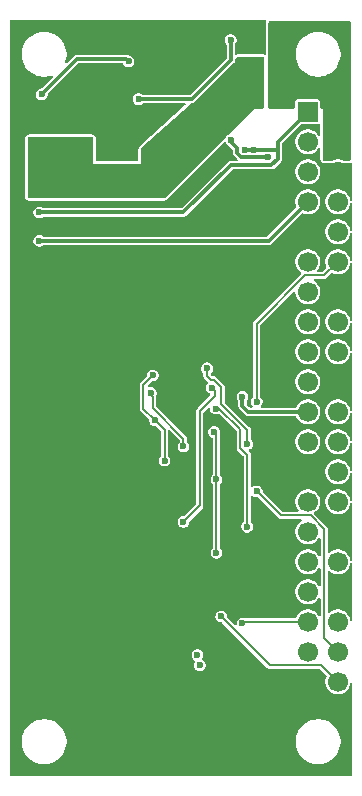
<source format=gbr>
%TF.GenerationSoftware,KiCad,Pcbnew,9.0.1*%
%TF.CreationDate,2025-11-12T14:17:17-05:00*%
%TF.ProjectId,Drone-Flight-Controller,44726f6e-652d-4466-9c69-6768742d436f,rev?*%
%TF.SameCoordinates,Original*%
%TF.FileFunction,Copper,L2,Bot*%
%TF.FilePolarity,Positive*%
%FSLAX46Y46*%
G04 Gerber Fmt 4.6, Leading zero omitted, Abs format (unit mm)*
G04 Created by KiCad (PCBNEW 9.0.1) date 2025-11-12 14:17:17*
%MOMM*%
%LPD*%
G01*
G04 APERTURE LIST*
%TA.AperFunction,SMDPad,CuDef*%
%ADD10R,1.000000X1.500000*%
%TD*%
%TA.AperFunction,ComponentPad*%
%ADD11R,1.700000X1.700000*%
%TD*%
%TA.AperFunction,ComponentPad*%
%ADD12C,1.700000*%
%TD*%
%TA.AperFunction,ViaPad*%
%ADD13C,0.600000*%
%TD*%
%TA.AperFunction,Conductor*%
%ADD14C,0.300000*%
%TD*%
%TA.AperFunction,Conductor*%
%ADD15C,0.200000*%
%TD*%
G04 APERTURE END LIST*
D10*
%TO.P,JP2,1,A*%
%TO.N,+5V*%
X33750000Y-19400000D03*
%TO.P,JP2,2,B*%
X35050000Y-19400000D03*
%TD*%
%TO.P,JP1,1,A*%
%TO.N,+5V*%
X35050000Y-16800000D03*
%TO.P,JP1,2,B*%
X33750000Y-16800000D03*
%TD*%
D11*
%TO.P,J3,1,3V3*%
%TO.N,+3.3V*%
X37925000Y-20475000D03*
D12*
%TO.P,J3,2,5V*%
%TO.N,+5V*%
X40465000Y-20475000D03*
%TO.P,J3,3,SDA_I2C1/GPIO02*%
%TO.N,I2C_SDA*%
X37925000Y-23015000D03*
%TO.P,J3,4,5V*%
%TO.N,+5V*%
X40465000Y-23015000D03*
%TO.P,J3,5,SCL_I2C1/GPIO03*%
%TO.N,I2C_SCL*%
X37925000Y-25555000D03*
%TO.P,J3,6,GND*%
%TO.N,GND*%
X40465000Y-25555000D03*
%TO.P,J3,7,GPCLK0/GPIO04*%
%TO.N,LED_STATUS*%
X37925000Y-28095000D03*
%TO.P,J3,8,GPIO14/UART_TXD*%
%TO.N,unconnected-(J3-GPIO14{slash}UART_TXD-Pad8)*%
X40465000Y-28095000D03*
%TO.P,J3,9,GND*%
%TO.N,GND*%
X37925000Y-30635000D03*
%TO.P,J3,10,GPIO15/UART_RXD*%
%TO.N,unconnected-(J3-GPIO15{slash}UART_RXD-Pad10)*%
X40465000Y-30635000D03*
%TO.P,J3,11,GPIO17/SPI1_~{CE1}*%
%TO.N,unconnected-(J3-GPIO17{slash}SPI1_~{CE1}-Pad11)*%
X37925000Y-33175000D03*
%TO.P,J3,12,GPIO18/SPI1_~{CE0}/PCM_CLK/PWM0*%
%TO.N,IMU_CS_HV*%
X40465000Y-33175000D03*
%TO.P,J3,13,GPIO27/SDIO_DAT3*%
%TO.N,unconnected-(J3-GPIO27{slash}SDIO_DAT3-Pad13)*%
X37925000Y-35715000D03*
%TO.P,J3,14,GND*%
%TO.N,GND*%
X40465000Y-35715000D03*
%TO.P,J3,15,GPIO22/SDIO_CLK*%
%TO.N,SWITCHED_HC_0*%
X37925000Y-38255000D03*
%TO.P,J3,16,GPIO23/SDIO_CMD*%
%TO.N,SWITCHED_HC_1*%
X40465000Y-38255000D03*
%TO.P,J3,17,3V3*%
%TO.N,+3.3V*%
X37925000Y-40795000D03*
%TO.P,J3,18,GPIO24/SDIO_DAT0*%
%TO.N,SWITCHED_HC_2*%
X40465000Y-40795000D03*
%TO.P,J3,19,MOSI_SPI0/GPIO10*%
%TO.N,BAROMETER_SDI*%
X37925000Y-43335000D03*
%TO.P,J3,20,GND*%
%TO.N,GND*%
X40465000Y-43335000D03*
%TO.P,J3,21,MISO_SPI0/GPIO09*%
%TO.N,BAROMETER_SDO*%
X37925000Y-45875000D03*
%TO.P,J3,22,GPIO25/SDIO_DAT1*%
%TO.N,unconnected-(J3-GPIO25{slash}SDIO_DAT1-Pad22)*%
X40465000Y-45875000D03*
%TO.P,J3,23,SCLK_SPI0/GPIO11*%
%TO.N,BAROMETER_SCK*%
X37925000Y-48415000D03*
%TO.P,J3,24,~{CE0}_SPI0/GPIO08*%
%TO.N,BAROMETER_CSB*%
X40465000Y-48415000D03*
%TO.P,J3,25,GND*%
%TO.N,GND*%
X37925000Y-50955000D03*
%TO.P,J3,26,~{CE1}_SPI0/GPIO07*%
%TO.N,unconnected-(J3-~{CE1}_SPI0{slash}GPIO07-Pad26)*%
X40465000Y-50955000D03*
%TO.P,J3,27,ID_SD_I2C0/GPIO00*%
%TO.N,BAROMETER_CSB*%
X37925000Y-53495000D03*
%TO.P,J3,28,ID_SC_I2C0/GPIO01*%
%TO.N,IMU_ADDR*%
X40465000Y-53495000D03*
%TO.P,J3,29,GPCLK1/GPIO05*%
%TO.N,PWM_RESET*%
X37925000Y-56035000D03*
%TO.P,J3,30,GND*%
%TO.N,GND*%
X40465000Y-56035000D03*
%TO.P,J3,31,GPCLK2/GPIO06*%
%TO.N,Net-(J3-GPCLK2{slash}GPIO06)*%
X37925000Y-58575000D03*
%TO.P,J3,32,GPIO12/PWM0*%
%TO.N,unconnected-(J3-GPIO12{slash}PWM0-Pad32)*%
X40465000Y-58575000D03*
%TO.P,J3,33,GPIO13/PWM1*%
%TO.N,unconnected-(J3-GPIO13{slash}PWM1-Pad33)*%
X37925000Y-61115000D03*
%TO.P,J3,34,GND*%
%TO.N,GND*%
X40465000Y-61115000D03*
%TO.P,J3,35,GPIO19/SPI1_MISO/PCM_FS*%
%TO.N,IMU_SDO_HV*%
X37925000Y-63655000D03*
%TO.P,J3,36,GPIO16/SPI1_~{CE2}*%
%TO.N,unconnected-(J3-GPIO16{slash}SPI1_~{CE2}-Pad36)*%
X40465000Y-63655000D03*
%TO.P,J3,37,GPIO26/SDIO_DAT2*%
%TO.N,unconnected-(J3-GPIO26{slash}SDIO_DAT2-Pad37)*%
X37925000Y-66195000D03*
%TO.P,J3,38,GPIO20/SPI1_MOSI/PCM_DIN/PWM1*%
%TO.N,IMU_SDI_HV*%
X40465000Y-66195000D03*
%TO.P,J3,39,GND*%
%TO.N,GND*%
X37925000Y-68735000D03*
%TO.P,J3,40,GPIO21/SPI1_SCLK/PCM_DOUT*%
%TO.N,IMU_SCL_HV*%
X40465000Y-68735000D03*
%TD*%
D13*
%TO.N,GND*%
X20400000Y-19200000D03*
%TO.N,+5V*%
X15000000Y-25300000D03*
X18600000Y-25300000D03*
X21700000Y-27000000D03*
X17600000Y-27000000D03*
%TO.N,GND*%
X20400000Y-20000000D03*
X29400000Y-46950000D03*
X22800000Y-37400000D03*
X18400000Y-20200000D03*
X23975735Y-46424265D03*
X31800000Y-41000000D03*
X33800000Y-14000000D03*
X24400000Y-49000000D03*
X29600000Y-41000000D03*
X33800000Y-13200000D03*
X22800000Y-41800000D03*
X33800000Y-14800000D03*
X29200000Y-15800000D03*
X15200000Y-21400000D03*
X18400000Y-21400000D03*
X15200000Y-20200000D03*
%TO.N,+3.3V*%
X33400000Y-23675000D03*
X30200000Y-51600000D03*
X15200000Y-29000000D03*
X30000000Y-47600000D03*
X30200000Y-57800000D03*
X32585000Y-23675000D03*
%TO.N,+5V*%
X23600000Y-27400000D03*
X15600000Y-27400000D03*
X19600000Y-27400000D03*
X25600000Y-27400000D03*
%TO.N,I2C_SDA*%
X28585000Y-66475000D03*
%TO.N,I2C_SCL*%
X31445000Y-22845000D03*
X34600000Y-24325000D03*
X28785000Y-67325000D03*
%TO.N,+12V*%
X31400000Y-14400000D03*
X23600000Y-19400000D03*
%TO.N,BAROMETER_SDO*%
X32400000Y-44600000D03*
%TO.N,LED_STATUS*%
X15200000Y-31400000D03*
%TO.N,IMU_SDO_HV*%
X32400000Y-63800000D03*
%TO.N,IMU_CS_HV*%
X33595380Y-45004620D03*
%TO.N,IMU_SDI_HV*%
X33600000Y-52600000D03*
%TO.N,IMU_SCL_HV*%
X30600000Y-63200000D03*
%TO.N,+1V8*%
X25800000Y-50000000D03*
X25000000Y-46600000D03*
X24810000Y-42800000D03*
%TO.N,Net-(U2-FB)*%
X22750000Y-16200000D03*
X15400000Y-19000000D03*
%TO.N,IMU_SDO_LV*%
X24625225Y-44273752D03*
X27400000Y-48800000D03*
%TO.N,IMU_SDI_LV*%
X32800000Y-48600000D03*
X29400000Y-42200000D03*
%TO.N,IMU_SCL_LV*%
X27400000Y-55200000D03*
X29800973Y-43849500D03*
%TO.N,IMU_CS_LV*%
X30150000Y-45600000D03*
X32800000Y-55600000D03*
%TD*%
D14*
%TO.N,+12V*%
X23600000Y-19400000D02*
X28099370Y-19400000D01*
X28099370Y-19400000D02*
X31400000Y-16099370D01*
X31400000Y-16099370D02*
X31400000Y-14400000D01*
%TO.N,+3.3V*%
X33400000Y-23675000D02*
X32585000Y-23675000D01*
X33400000Y-23675000D02*
X35300000Y-23675000D01*
X35300000Y-23675000D02*
X35375000Y-23600000D01*
X35375000Y-24470654D02*
X35375000Y-23025000D01*
D15*
X30200000Y-51600000D02*
X30200000Y-47800000D01*
X30200000Y-47800000D02*
X30000000Y-47600000D01*
D14*
X33400000Y-23675000D02*
X33475000Y-23675000D01*
X27400000Y-29000000D02*
X31400000Y-25000000D01*
X15200000Y-29000000D02*
X27400000Y-29000000D01*
D15*
X30200000Y-51600000D02*
X30200000Y-57800000D01*
D14*
X35375000Y-23025000D02*
X37925000Y-20475000D01*
X31400000Y-25000000D02*
X34845654Y-25000000D01*
X34845654Y-25000000D02*
X35375000Y-24470654D01*
%TO.N,I2C_SCL*%
X31445000Y-23045000D02*
X31934000Y-23534000D01*
X32854654Y-24326000D02*
X32855654Y-24325000D01*
X32315346Y-24326000D02*
X32854654Y-24326000D01*
X31445000Y-22845000D02*
X31445000Y-23045000D01*
X33130346Y-24326000D02*
X33669654Y-24326000D01*
X32855654Y-24325000D02*
X33129346Y-24325000D01*
X33129346Y-24325000D02*
X33130346Y-24326000D01*
X31934000Y-23534000D02*
X31934000Y-23944654D01*
X33670654Y-24325000D02*
X34600000Y-24325000D01*
X33669654Y-24326000D02*
X33670654Y-24325000D01*
X31934000Y-23944654D02*
X32315346Y-24326000D01*
%TO.N,BAROMETER_SDO*%
X32400000Y-45400000D02*
X32400000Y-44600000D01*
X32875000Y-45875000D02*
X32400000Y-45400000D01*
X37925000Y-45875000D02*
X32875000Y-45875000D01*
%TO.N,BAROMETER_SCK*%
X37755000Y-48875000D02*
X37860000Y-48980000D01*
%TO.N,LED_STATUS*%
X15200000Y-31400000D02*
X34620000Y-31400000D01*
X34620000Y-31400000D02*
X37925000Y-28095000D01*
D15*
%TO.N,IMU_SDO_HV*%
X32545000Y-63655000D02*
X37925000Y-63655000D01*
X32400000Y-63800000D02*
X32545000Y-63655000D01*
%TO.N,IMU_CS_HV*%
X39314000Y-34326000D02*
X40465000Y-33175000D01*
X33595380Y-38404620D02*
X37674000Y-34326000D01*
X33595380Y-45004620D02*
X33595380Y-38404620D01*
X37674000Y-34326000D02*
X39314000Y-34326000D01*
%TO.N,IMU_SDI_HV*%
X39314000Y-65044000D02*
X39314000Y-55796240D01*
X38163760Y-54646000D02*
X35646000Y-54646000D01*
X39314000Y-55796240D02*
X38163760Y-54646000D01*
X40465000Y-66195000D02*
X39314000Y-65044000D01*
X35646000Y-54646000D02*
X33600000Y-52600000D01*
%TO.N,IMU_SCL_HV*%
X34746000Y-67346000D02*
X39076000Y-67346000D01*
X39076000Y-67346000D02*
X40465000Y-68735000D01*
X30600000Y-63200000D02*
X34746000Y-67346000D01*
%TO.N,+1V8*%
X24000000Y-45600000D02*
X25000000Y-46600000D01*
X25800000Y-47400000D02*
X25800000Y-50000000D01*
X25000000Y-46600000D02*
X25800000Y-47400000D01*
X24000000Y-43610000D02*
X24000000Y-45600000D01*
X24810000Y-42800000D02*
X24000000Y-43610000D01*
D14*
%TO.N,Net-(U2-FB)*%
X22750000Y-16200000D02*
X22550000Y-16000000D01*
X22550000Y-16000000D02*
X18400000Y-16000000D01*
X18400000Y-16000000D02*
X15400000Y-19000000D01*
D15*
%TO.N,IMU_SDO_LV*%
X27400000Y-48150057D02*
X27400000Y-48800000D01*
X24800000Y-44610608D02*
X24800000Y-45550057D01*
X24800000Y-45550057D02*
X27400000Y-48150057D01*
X24625225Y-44273752D02*
X24625225Y-44435833D01*
X24625225Y-44435833D02*
X24800000Y-44610608D01*
%TO.N,IMU_SDI_LV*%
X29400000Y-42850206D02*
X29699943Y-43150149D01*
X29400000Y-42200000D02*
X29400000Y-42850206D01*
X30600000Y-43800000D02*
X30600000Y-45200000D01*
X30600000Y-45200000D02*
X32800000Y-47400000D01*
X29950149Y-43150149D02*
X30600000Y-43800000D01*
X32800000Y-47400000D02*
X32800000Y-48600000D01*
X29699943Y-43150149D02*
X29950149Y-43150149D01*
%TO.N,IMU_SCL_LV*%
X28799000Y-45800984D02*
X28799000Y-53801000D01*
X30075735Y-44124262D02*
X30075735Y-44524249D01*
X28799000Y-53801000D02*
X27400000Y-55200000D01*
X29800973Y-43849500D02*
X30075735Y-44124262D01*
X30075735Y-44524249D02*
X28799000Y-45800984D01*
%TO.N,IMU_CS_LV*%
X32200000Y-48350057D02*
X32199000Y-48351057D01*
X30150000Y-45600000D02*
X30432900Y-45600000D01*
X32200000Y-47367100D02*
X32200000Y-48350057D01*
X32200000Y-48849943D02*
X32200000Y-48901470D01*
X32199000Y-48848943D02*
X32200000Y-48849943D01*
X32800000Y-49501470D02*
X32800000Y-55600000D01*
X30432900Y-45600000D02*
X32200000Y-47367100D01*
X32200000Y-48901470D02*
X32800000Y-49501470D01*
X32199000Y-48351057D02*
X32199000Y-48848943D01*
%TD*%
%TA.AperFunction,Conductor*%
%TO.N,+5V*%
G36*
X34143039Y-15819685D02*
G01*
X34188794Y-15872489D01*
X34200000Y-15924000D01*
X34200000Y-20076000D01*
X34180315Y-20143039D01*
X34127511Y-20188794D01*
X34076000Y-20200000D01*
X33399999Y-20200000D01*
X31191378Y-22408620D01*
X31165700Y-22428324D01*
X31137691Y-22444496D01*
X31137682Y-22444502D01*
X31044502Y-22537682D01*
X31044496Y-22537691D01*
X31028324Y-22565700D01*
X31008620Y-22591378D01*
X25836319Y-27763681D01*
X25774996Y-27797166D01*
X25748638Y-27800000D01*
X14324000Y-27800000D01*
X14256961Y-27780315D01*
X14211206Y-27727511D01*
X14200000Y-27676000D01*
X14200000Y-22724000D01*
X14219685Y-22656961D01*
X14272489Y-22611206D01*
X14324000Y-22600000D01*
X19661000Y-22600000D01*
X19728039Y-22619685D01*
X19773794Y-22672489D01*
X19785000Y-22724000D01*
X19785000Y-24875000D01*
X23785000Y-24875000D01*
X23785000Y-23655161D01*
X23804685Y-23588122D01*
X23825967Y-23563066D01*
X28000000Y-19800000D01*
X28013181Y-19786819D01*
X28073536Y-19753548D01*
X28087027Y-19750500D01*
X28145514Y-19750500D01*
X28234658Y-19726614D01*
X28245282Y-19720480D01*
X28314582Y-19680470D01*
X31680470Y-16314582D01*
X31726614Y-16234658D01*
X31750500Y-16145514D01*
X31750500Y-16100862D01*
X31770185Y-16033823D01*
X31786819Y-16013181D01*
X31963681Y-15836319D01*
X32025004Y-15802834D01*
X32051362Y-15800000D01*
X34076000Y-15800000D01*
X34143039Y-15819685D01*
G37*
%TD.AperFunction*%
%TD*%
%TA.AperFunction,Conductor*%
%TO.N,+5V*%
G36*
X41543039Y-12819685D02*
G01*
X41588794Y-12872489D01*
X41600000Y-12924000D01*
X41600000Y-24476000D01*
X41580315Y-24543039D01*
X41527511Y-24588794D01*
X41476000Y-24600000D01*
X40929180Y-24600000D01*
X40881727Y-24590561D01*
X40771420Y-24544870D01*
X40771412Y-24544868D01*
X40568469Y-24504500D01*
X40568465Y-24504500D01*
X40361535Y-24504500D01*
X40361530Y-24504500D01*
X40158587Y-24544868D01*
X40158579Y-24544870D01*
X40048273Y-24590561D01*
X40000820Y-24600000D01*
X39324000Y-24600000D01*
X39256961Y-24580315D01*
X39211206Y-24527511D01*
X39200000Y-24476000D01*
X39200000Y-20200000D01*
X39099500Y-20200000D01*
X39032461Y-20180315D01*
X38986706Y-20127511D01*
X38975500Y-20076000D01*
X38975500Y-19605249D01*
X38975499Y-19605247D01*
X38963868Y-19546770D01*
X38963867Y-19546769D01*
X38919552Y-19480447D01*
X38853230Y-19436132D01*
X38853229Y-19436131D01*
X38794752Y-19424500D01*
X38794748Y-19424500D01*
X37055252Y-19424500D01*
X37055247Y-19424500D01*
X36996770Y-19436131D01*
X36996769Y-19436132D01*
X36930447Y-19480447D01*
X36886132Y-19546769D01*
X36886131Y-19546770D01*
X36874500Y-19605247D01*
X36874500Y-20076000D01*
X36854815Y-20143039D01*
X36802011Y-20188794D01*
X36750500Y-20200000D01*
X34724000Y-20200000D01*
X34656961Y-20180315D01*
X34611206Y-20127511D01*
X34600000Y-20076000D01*
X34600000Y-15475441D01*
X36899500Y-15475441D01*
X36899500Y-15724558D01*
X36899501Y-15724575D01*
X36932017Y-15971561D01*
X36996498Y-16212207D01*
X37091830Y-16442361D01*
X37091837Y-16442376D01*
X37216400Y-16658126D01*
X37368060Y-16855774D01*
X37368066Y-16855781D01*
X37544218Y-17031933D01*
X37544225Y-17031939D01*
X37741873Y-17183599D01*
X37957623Y-17308162D01*
X37957638Y-17308169D01*
X38056825Y-17349253D01*
X38187793Y-17403502D01*
X38428435Y-17467982D01*
X38675435Y-17500500D01*
X38675442Y-17500500D01*
X38924558Y-17500500D01*
X38924565Y-17500500D01*
X39171565Y-17467982D01*
X39412207Y-17403502D01*
X39642373Y-17308164D01*
X39858127Y-17183599D01*
X40055776Y-17031938D01*
X40231938Y-16855776D01*
X40383599Y-16658127D01*
X40508164Y-16442373D01*
X40603502Y-16212207D01*
X40667982Y-15971565D01*
X40700500Y-15724565D01*
X40700500Y-15475435D01*
X40667982Y-15228435D01*
X40603502Y-14987793D01*
X40508164Y-14757627D01*
X40494585Y-14734108D01*
X40383599Y-14541873D01*
X40231939Y-14344225D01*
X40231933Y-14344218D01*
X40055781Y-14168066D01*
X40055774Y-14168060D01*
X39858126Y-14016400D01*
X39642376Y-13891837D01*
X39642361Y-13891830D01*
X39412207Y-13796498D01*
X39171561Y-13732017D01*
X38924575Y-13699501D01*
X38924570Y-13699500D01*
X38924565Y-13699500D01*
X38675435Y-13699500D01*
X38675429Y-13699500D01*
X38675424Y-13699501D01*
X38428438Y-13732017D01*
X38187792Y-13796498D01*
X37957638Y-13891830D01*
X37957623Y-13891837D01*
X37741873Y-14016400D01*
X37544225Y-14168060D01*
X37544218Y-14168066D01*
X37368066Y-14344218D01*
X37368060Y-14344225D01*
X37216400Y-14541873D01*
X37091837Y-14757623D01*
X37091830Y-14757638D01*
X36996498Y-14987792D01*
X36932017Y-15228438D01*
X36899501Y-15475424D01*
X36899500Y-15475441D01*
X34600000Y-15475441D01*
X34600000Y-12924000D01*
X34619685Y-12856961D01*
X34672489Y-12811206D01*
X34724000Y-12800000D01*
X41476000Y-12800000D01*
X41543039Y-12819685D01*
G37*
%TD.AperFunction*%
%TD*%
%TA.AperFunction,Conductor*%
%TO.N,GND*%
G36*
X34377393Y-12719407D02*
G01*
X34413357Y-12768907D01*
X34414191Y-12827393D01*
X34402826Y-12866095D01*
X34402824Y-12866104D01*
X34394500Y-12924000D01*
X34394500Y-15561969D01*
X34375593Y-15620160D01*
X34326093Y-15656124D01*
X34264907Y-15656124D01*
X34247170Y-15648371D01*
X34200935Y-15622509D01*
X34133904Y-15602826D01*
X34133895Y-15602824D01*
X34087684Y-15596180D01*
X34076000Y-15594500D01*
X32051362Y-15594500D01*
X32051343Y-15594500D01*
X32029405Y-15595677D01*
X32029398Y-15595677D01*
X32029393Y-15595678D01*
X32020894Y-15596591D01*
X32003038Y-15598511D01*
X32003033Y-15598512D01*
X31926519Y-15622470D01*
X31896944Y-15638619D01*
X31836810Y-15649911D01*
X31781523Y-15623701D01*
X31752201Y-15570000D01*
X31750500Y-15551728D01*
X31750500Y-14798321D01*
X31769407Y-14740130D01*
X31779490Y-14728323D01*
X31800500Y-14707314D01*
X31866392Y-14593186D01*
X31900500Y-14465892D01*
X31900500Y-14334108D01*
X31866392Y-14206814D01*
X31866390Y-14206811D01*
X31866390Y-14206809D01*
X31800503Y-14092690D01*
X31800501Y-14092688D01*
X31800500Y-14092686D01*
X31707314Y-13999500D01*
X31707311Y-13999498D01*
X31707309Y-13999496D01*
X31593189Y-13933609D01*
X31593191Y-13933609D01*
X31543799Y-13920375D01*
X31465892Y-13899500D01*
X31334108Y-13899500D01*
X31256200Y-13920375D01*
X31206809Y-13933609D01*
X31092690Y-13999496D01*
X30999496Y-14092690D01*
X30933609Y-14206809D01*
X30933608Y-14206814D01*
X30899500Y-14334108D01*
X30899500Y-14465892D01*
X30919858Y-14541869D01*
X30933609Y-14593190D01*
X30999496Y-14707309D01*
X30999498Y-14707311D01*
X30999500Y-14707314D01*
X31020505Y-14728319D01*
X31048281Y-14782834D01*
X31049500Y-14798321D01*
X31049500Y-15913180D01*
X31030593Y-15971371D01*
X31020504Y-15983184D01*
X27983184Y-19020504D01*
X27928667Y-19048281D01*
X27913180Y-19049500D01*
X23998321Y-19049500D01*
X23940130Y-19030593D01*
X23928323Y-19020509D01*
X23907314Y-18999500D01*
X23907311Y-18999498D01*
X23907309Y-18999496D01*
X23793189Y-18933609D01*
X23793191Y-18933609D01*
X23743799Y-18920375D01*
X23665892Y-18899500D01*
X23534108Y-18899500D01*
X23456200Y-18920375D01*
X23406809Y-18933609D01*
X23292690Y-18999496D01*
X23199496Y-19092690D01*
X23133609Y-19206809D01*
X23133608Y-19206814D01*
X23099500Y-19334108D01*
X23099500Y-19465892D01*
X23108773Y-19500500D01*
X23133609Y-19593190D01*
X23199496Y-19707309D01*
X23199498Y-19707311D01*
X23199500Y-19707314D01*
X23292686Y-19800500D01*
X23292688Y-19800501D01*
X23292690Y-19800503D01*
X23406810Y-19866390D01*
X23406808Y-19866390D01*
X23406812Y-19866391D01*
X23406814Y-19866392D01*
X23534108Y-19900500D01*
X23534110Y-19900500D01*
X23665890Y-19900500D01*
X23665892Y-19900500D01*
X23793186Y-19866392D01*
X23793188Y-19866390D01*
X23793190Y-19866390D01*
X23907309Y-19800503D01*
X23907309Y-19800502D01*
X23907314Y-19800500D01*
X23928319Y-19779494D01*
X23982834Y-19751719D01*
X23998321Y-19750500D01*
X27490342Y-19750500D01*
X27548533Y-19769407D01*
X27584497Y-19818907D01*
X27584497Y-19880093D01*
X27556632Y-19923030D01*
X23688357Y-23410442D01*
X23669342Y-23430027D01*
X23669342Y-23430028D01*
X23648058Y-23455086D01*
X23648055Y-23455089D01*
X23607513Y-23530216D01*
X23607506Y-23530233D01*
X23587826Y-23597256D01*
X23587824Y-23597265D01*
X23579500Y-23655161D01*
X23579500Y-24570500D01*
X23560593Y-24628691D01*
X23511093Y-24664655D01*
X23480500Y-24669500D01*
X20089500Y-24669500D01*
X20031309Y-24650593D01*
X19995345Y-24601093D01*
X19990500Y-24570500D01*
X19990500Y-22724005D01*
X19990500Y-22724000D01*
X19985803Y-22680316D01*
X19974597Y-22628805D01*
X19972110Y-22618627D01*
X19929100Y-22537915D01*
X19883345Y-22485111D01*
X19865754Y-22467157D01*
X19865753Y-22467156D01*
X19865752Y-22467155D01*
X19865750Y-22467153D01*
X19785941Y-22422511D01*
X19785937Y-22422509D01*
X19718904Y-22402826D01*
X19718895Y-22402824D01*
X19672684Y-22396180D01*
X19661000Y-22394500D01*
X14324000Y-22394500D01*
X14292797Y-22397855D01*
X14280314Y-22399197D01*
X14228800Y-22410404D01*
X14218628Y-22412889D01*
X14137914Y-22455900D01*
X14085113Y-22501653D01*
X14085098Y-22501667D01*
X14067155Y-22519247D01*
X14067153Y-22519249D01*
X14022511Y-22599058D01*
X14022509Y-22599062D01*
X14002826Y-22666095D01*
X14002824Y-22666104D01*
X14000781Y-22680314D01*
X13994500Y-22724000D01*
X13994500Y-27676000D01*
X13998526Y-27713443D01*
X13999197Y-27719685D01*
X14010404Y-27771199D01*
X14012889Y-27781371D01*
X14012889Y-27781372D01*
X14012890Y-27781373D01*
X14055900Y-27862085D01*
X14101655Y-27914889D01*
X14101667Y-27914901D01*
X14119247Y-27932844D01*
X14119249Y-27932846D01*
X14199058Y-27977488D01*
X14199062Y-27977490D01*
X14266095Y-27997173D01*
X14266102Y-27997175D01*
X14324000Y-28005500D01*
X14324001Y-28005500D01*
X25748620Y-28005500D01*
X25748638Y-28005500D01*
X25770607Y-28004322D01*
X25796965Y-28001488D01*
X25873482Y-27977529D01*
X25934805Y-27944044D01*
X25981629Y-27908991D01*
X30841195Y-23049421D01*
X30895710Y-23021646D01*
X30956142Y-23031217D01*
X30996933Y-23069927D01*
X31044496Y-23152309D01*
X31044498Y-23152311D01*
X31044500Y-23152314D01*
X31137686Y-23245500D01*
X31155103Y-23255555D01*
X31175605Y-23271287D01*
X31554503Y-23650184D01*
X31582281Y-23704701D01*
X31583500Y-23720188D01*
X31583500Y-23990797D01*
X31597897Y-24044530D01*
X31601843Y-24059255D01*
X31607386Y-24079942D01*
X31653530Y-24159866D01*
X31974162Y-24480498D01*
X32001938Y-24535013D01*
X31992367Y-24595445D01*
X31949102Y-24638710D01*
X31904157Y-24649500D01*
X31353856Y-24649500D01*
X31279215Y-24669500D01*
X31279214Y-24669499D01*
X31264711Y-24673386D01*
X31184790Y-24719529D01*
X27283814Y-28620504D01*
X27229297Y-28648281D01*
X27213810Y-28649500D01*
X15598321Y-28649500D01*
X15540130Y-28630593D01*
X15528323Y-28620509D01*
X15507314Y-28599500D01*
X15507311Y-28599498D01*
X15507309Y-28599496D01*
X15393189Y-28533609D01*
X15393191Y-28533609D01*
X15343799Y-28520375D01*
X15265892Y-28499500D01*
X15134108Y-28499500D01*
X15056200Y-28520375D01*
X15006809Y-28533609D01*
X14892690Y-28599496D01*
X14799496Y-28692690D01*
X14733609Y-28806809D01*
X14733608Y-28806814D01*
X14699500Y-28934108D01*
X14699500Y-29065892D01*
X14720831Y-29145500D01*
X14733609Y-29193190D01*
X14799496Y-29307309D01*
X14799498Y-29307311D01*
X14799500Y-29307314D01*
X14892686Y-29400500D01*
X14892688Y-29400501D01*
X14892690Y-29400503D01*
X15006810Y-29466390D01*
X15006808Y-29466390D01*
X15006812Y-29466391D01*
X15006814Y-29466392D01*
X15134108Y-29500500D01*
X15134110Y-29500500D01*
X15265890Y-29500500D01*
X15265892Y-29500500D01*
X15393186Y-29466392D01*
X15393188Y-29466390D01*
X15393190Y-29466390D01*
X15507309Y-29400503D01*
X15507309Y-29400502D01*
X15507314Y-29400500D01*
X15528319Y-29379494D01*
X15582834Y-29351719D01*
X15598321Y-29350500D01*
X27446142Y-29350500D01*
X27446144Y-29350500D01*
X27535288Y-29326614D01*
X27545912Y-29320480D01*
X27615212Y-29280470D01*
X31444148Y-25451532D01*
X36874500Y-25451532D01*
X36874500Y-25658467D01*
X36914869Y-25861418D01*
X36994058Y-26052597D01*
X36994059Y-26052598D01*
X37109023Y-26224655D01*
X37255345Y-26370977D01*
X37427402Y-26485941D01*
X37618580Y-26565130D01*
X37821535Y-26605500D01*
X37821536Y-26605500D01*
X38028464Y-26605500D01*
X38028465Y-26605500D01*
X38231420Y-26565130D01*
X38422598Y-26485941D01*
X38594655Y-26370977D01*
X38740977Y-26224655D01*
X38855941Y-26052598D01*
X38935130Y-25861420D01*
X38975500Y-25658465D01*
X38975500Y-25451535D01*
X38935130Y-25248580D01*
X38855941Y-25057402D01*
X38740977Y-24885345D01*
X38594655Y-24739023D01*
X38594651Y-24739020D01*
X38422597Y-24624058D01*
X38231418Y-24544869D01*
X38028467Y-24504500D01*
X38028465Y-24504500D01*
X37821535Y-24504500D01*
X37821532Y-24504500D01*
X37618581Y-24544869D01*
X37427402Y-24624058D01*
X37255348Y-24739020D01*
X37109020Y-24885348D01*
X36994058Y-25057402D01*
X36914869Y-25248581D01*
X36874500Y-25451532D01*
X31444148Y-25451532D01*
X31516185Y-25379495D01*
X31570702Y-25351719D01*
X31586189Y-25350500D01*
X34891796Y-25350500D01*
X34891798Y-25350500D01*
X34980942Y-25326614D01*
X35060866Y-25280470D01*
X35655469Y-24685866D01*
X35701614Y-24605942D01*
X35704427Y-24595445D01*
X35711001Y-24570912D01*
X35720619Y-24535013D01*
X35725500Y-24516798D01*
X35725500Y-23211190D01*
X35744407Y-23152999D01*
X35754496Y-23141186D01*
X37341186Y-21554496D01*
X37395703Y-21526719D01*
X37411190Y-21525500D01*
X38794747Y-21525500D01*
X38794748Y-21525500D01*
X38853231Y-21513867D01*
X38853234Y-21513864D01*
X38857615Y-21512051D01*
X38918612Y-21507251D01*
X38970781Y-21539220D01*
X38994195Y-21595748D01*
X38994500Y-21603515D01*
X38994500Y-22398410D01*
X38975593Y-22456601D01*
X38926093Y-22492565D01*
X38864907Y-22492565D01*
X38815407Y-22456601D01*
X38813184Y-22453411D01*
X38740979Y-22345348D01*
X38740977Y-22345345D01*
X38594655Y-22199023D01*
X38422598Y-22084059D01*
X38422599Y-22084059D01*
X38422597Y-22084058D01*
X38231418Y-22004869D01*
X38028467Y-21964500D01*
X38028465Y-21964500D01*
X37821535Y-21964500D01*
X37821532Y-21964500D01*
X37618581Y-22004869D01*
X37427402Y-22084058D01*
X37255348Y-22199020D01*
X37109020Y-22345348D01*
X36994058Y-22517402D01*
X36914869Y-22708581D01*
X36874500Y-22911532D01*
X36874500Y-23118467D01*
X36914869Y-23321418D01*
X36994058Y-23512597D01*
X37085990Y-23650184D01*
X37109023Y-23684655D01*
X37255345Y-23830977D01*
X37427402Y-23945941D01*
X37618580Y-24025130D01*
X37821535Y-24065500D01*
X37821536Y-24065500D01*
X38028464Y-24065500D01*
X38028465Y-24065500D01*
X38231420Y-24025130D01*
X38422598Y-23945941D01*
X38594655Y-23830977D01*
X38740977Y-23684655D01*
X38813185Y-23576587D01*
X38861234Y-23538708D01*
X38922372Y-23536306D01*
X38973246Y-23570298D01*
X38994424Y-23627702D01*
X38994500Y-23631589D01*
X38994500Y-24476000D01*
X38999197Y-24519684D01*
X39010341Y-24570912D01*
X39010404Y-24571199D01*
X39012889Y-24581371D01*
X39012889Y-24581372D01*
X39012890Y-24581373D01*
X39055900Y-24662085D01*
X39101655Y-24714889D01*
X39101667Y-24714901D01*
X39119247Y-24732844D01*
X39119249Y-24732846D01*
X39199058Y-24777488D01*
X39199062Y-24777490D01*
X39248863Y-24792113D01*
X39266102Y-24797175D01*
X39324000Y-24805500D01*
X39324001Y-24805500D01*
X40000818Y-24805500D01*
X40000820Y-24805500D01*
X40040911Y-24801551D01*
X40088364Y-24792112D01*
X40126916Y-24780418D01*
X40209518Y-24746201D01*
X40228082Y-24740569D01*
X40333863Y-24719529D01*
X40372208Y-24711902D01*
X40391521Y-24710000D01*
X40538478Y-24710000D01*
X40557791Y-24711901D01*
X40701920Y-24740571D01*
X40720478Y-24746201D01*
X40803085Y-24780418D01*
X40803095Y-24780421D01*
X40841632Y-24792111D01*
X40841634Y-24792111D01*
X40841636Y-24792112D01*
X40889089Y-24801551D01*
X40929180Y-24805500D01*
X40929182Y-24805500D01*
X41475995Y-24805500D01*
X41476000Y-24805500D01*
X41519684Y-24800803D01*
X41571195Y-24789597D01*
X41571202Y-24789595D01*
X41571217Y-24789592D01*
X41576995Y-24788180D01*
X41638011Y-24792730D01*
X41684699Y-24832276D01*
X41699500Y-24884349D01*
X41699500Y-27911399D01*
X41680593Y-27969590D01*
X41631093Y-28005554D01*
X41569907Y-28005554D01*
X41520407Y-27969590D01*
X41503402Y-27930713D01*
X41475130Y-27788581D01*
X41472144Y-27781373D01*
X41395941Y-27597402D01*
X41280977Y-27425345D01*
X41134655Y-27279023D01*
X40962598Y-27164059D01*
X40962599Y-27164059D01*
X40962597Y-27164058D01*
X40771418Y-27084869D01*
X40568467Y-27044500D01*
X40568465Y-27044500D01*
X40361535Y-27044500D01*
X40361532Y-27044500D01*
X40158581Y-27084869D01*
X39967402Y-27164058D01*
X39795348Y-27279020D01*
X39649020Y-27425348D01*
X39534058Y-27597402D01*
X39454869Y-27788581D01*
X39414500Y-27991532D01*
X39414500Y-28198467D01*
X39454869Y-28401418D01*
X39534058Y-28592597D01*
X39552705Y-28620504D01*
X39649023Y-28764655D01*
X39795345Y-28910977D01*
X39967402Y-29025941D01*
X40158580Y-29105130D01*
X40361535Y-29145500D01*
X40361536Y-29145500D01*
X40568464Y-29145500D01*
X40568465Y-29145500D01*
X40771420Y-29105130D01*
X40962598Y-29025941D01*
X41134655Y-28910977D01*
X41280977Y-28764655D01*
X41395941Y-28592598D01*
X41475130Y-28401420D01*
X41503402Y-28259285D01*
X41533299Y-28205902D01*
X41588864Y-28180286D01*
X41648873Y-28192223D01*
X41690406Y-28237153D01*
X41699500Y-28278600D01*
X41699500Y-30451399D01*
X41680593Y-30509590D01*
X41631093Y-30545554D01*
X41569907Y-30545554D01*
X41520407Y-30509590D01*
X41503402Y-30470713D01*
X41475130Y-30328581D01*
X41395941Y-30137402D01*
X41280979Y-29965348D01*
X41280977Y-29965345D01*
X41134655Y-29819023D01*
X40962598Y-29704059D01*
X40962599Y-29704059D01*
X40962597Y-29704058D01*
X40771418Y-29624869D01*
X40568467Y-29584500D01*
X40568465Y-29584500D01*
X40361535Y-29584500D01*
X40361532Y-29584500D01*
X40158581Y-29624869D01*
X39967402Y-29704058D01*
X39795348Y-29819020D01*
X39649020Y-29965348D01*
X39534058Y-30137402D01*
X39454869Y-30328581D01*
X39414500Y-30531532D01*
X39414500Y-30738467D01*
X39454869Y-30941418D01*
X39534058Y-31132597D01*
X39534059Y-31132598D01*
X39649023Y-31304655D01*
X39795345Y-31450977D01*
X39967402Y-31565941D01*
X40158580Y-31645130D01*
X40361535Y-31685500D01*
X40361536Y-31685500D01*
X40568464Y-31685500D01*
X40568465Y-31685500D01*
X40771420Y-31645130D01*
X40962598Y-31565941D01*
X41134655Y-31450977D01*
X41280977Y-31304655D01*
X41395941Y-31132598D01*
X41475130Y-30941420D01*
X41503402Y-30799285D01*
X41533299Y-30745902D01*
X41588864Y-30720286D01*
X41648873Y-30732223D01*
X41690406Y-30777153D01*
X41699500Y-30818600D01*
X41699500Y-32991399D01*
X41680593Y-33049590D01*
X41631093Y-33085554D01*
X41569907Y-33085554D01*
X41520407Y-33049590D01*
X41503402Y-33010713D01*
X41475130Y-32868581D01*
X41395941Y-32677402D01*
X41280979Y-32505348D01*
X41280977Y-32505345D01*
X41134655Y-32359023D01*
X40962598Y-32244059D01*
X40962599Y-32244059D01*
X40962597Y-32244058D01*
X40771418Y-32164869D01*
X40568467Y-32124500D01*
X40568465Y-32124500D01*
X40361535Y-32124500D01*
X40361532Y-32124500D01*
X40158581Y-32164869D01*
X39967402Y-32244058D01*
X39795348Y-32359020D01*
X39649020Y-32505348D01*
X39534058Y-32677402D01*
X39454869Y-32868581D01*
X39414500Y-33071532D01*
X39414500Y-33278467D01*
X39454869Y-33481418D01*
X39511196Y-33617402D01*
X39515997Y-33678399D01*
X39489736Y-33725291D01*
X39218526Y-33996503D01*
X39164009Y-34024281D01*
X39148522Y-34025500D01*
X38799139Y-34025500D01*
X38740948Y-34006593D01*
X38704984Y-33957093D01*
X38704984Y-33895907D01*
X38729133Y-33856498D01*
X38740977Y-33844655D01*
X38855941Y-33672598D01*
X38935130Y-33481420D01*
X38975500Y-33278465D01*
X38975500Y-33071535D01*
X38935130Y-32868580D01*
X38855941Y-32677402D01*
X38740977Y-32505345D01*
X38594655Y-32359023D01*
X38422598Y-32244059D01*
X38422599Y-32244059D01*
X38422597Y-32244058D01*
X38231418Y-32164869D01*
X38028467Y-32124500D01*
X38028465Y-32124500D01*
X37821535Y-32124500D01*
X37821532Y-32124500D01*
X37618581Y-32164869D01*
X37427402Y-32244058D01*
X37255348Y-32359020D01*
X37109020Y-32505348D01*
X36994058Y-32677402D01*
X36914869Y-32868581D01*
X36874500Y-33071532D01*
X36874500Y-33278467D01*
X36914869Y-33481418D01*
X36994058Y-33672597D01*
X36994059Y-33672598D01*
X37109023Y-33844655D01*
X37255345Y-33990977D01*
X37352087Y-34055618D01*
X37389967Y-34103667D01*
X37392369Y-34164805D01*
X37367090Y-34207937D01*
X33410869Y-38164160D01*
X33410868Y-38164159D01*
X33354919Y-38220109D01*
X33315360Y-38288627D01*
X33315358Y-38288631D01*
X33294880Y-38365055D01*
X33294880Y-44556299D01*
X33275973Y-44614490D01*
X33265889Y-44626296D01*
X33226296Y-44665890D01*
X33194877Y-44697309D01*
X33194876Y-44697310D01*
X33128989Y-44811429D01*
X33114670Y-44864869D01*
X33094880Y-44938728D01*
X33094880Y-45070512D01*
X33124959Y-45182771D01*
X33128989Y-45197810D01*
X33194876Y-45311929D01*
X33194878Y-45311931D01*
X33194880Y-45311934D01*
X33238444Y-45355498D01*
X33248967Y-45376151D01*
X33262594Y-45394907D01*
X33262594Y-45402896D01*
X33266220Y-45410013D01*
X33262594Y-45432907D01*
X33262594Y-45456093D01*
X33257898Y-45462555D01*
X33256649Y-45470445D01*
X33240257Y-45486836D01*
X33226630Y-45505593D01*
X33219032Y-45508061D01*
X33213384Y-45513710D01*
X33168439Y-45524500D01*
X33061190Y-45524500D01*
X33002999Y-45505593D01*
X32991186Y-45495504D01*
X32779496Y-45283814D01*
X32751719Y-45229297D01*
X32750500Y-45213810D01*
X32750500Y-44998321D01*
X32769407Y-44940130D01*
X32779490Y-44928323D01*
X32800500Y-44907314D01*
X32844876Y-44830453D01*
X32866390Y-44793190D01*
X32866390Y-44793188D01*
X32866392Y-44793186D01*
X32900500Y-44665892D01*
X32900500Y-44534108D01*
X32866392Y-44406814D01*
X32866390Y-44406811D01*
X32866390Y-44406809D01*
X32800503Y-44292690D01*
X32800501Y-44292688D01*
X32800500Y-44292686D01*
X32707314Y-44199500D01*
X32707311Y-44199498D01*
X32707309Y-44199496D01*
X32593189Y-44133609D01*
X32593191Y-44133609D01*
X32543799Y-44120375D01*
X32465892Y-44099500D01*
X32334108Y-44099500D01*
X32256200Y-44120375D01*
X32206809Y-44133609D01*
X32092690Y-44199496D01*
X31999496Y-44292690D01*
X31933609Y-44406809D01*
X31933608Y-44406814D01*
X31899500Y-44534108D01*
X31899500Y-44665892D01*
X31920064Y-44742637D01*
X31933609Y-44793190D01*
X31999496Y-44907309D01*
X31999498Y-44907311D01*
X31999500Y-44907314D01*
X32020505Y-44928319D01*
X32048281Y-44982834D01*
X32049500Y-44998321D01*
X32049500Y-45446144D01*
X32054120Y-45463386D01*
X32064065Y-45500501D01*
X32073384Y-45535284D01*
X32073385Y-45535287D01*
X32073386Y-45535288D01*
X32119530Y-45615212D01*
X32659787Y-46155469D01*
X32659789Y-46155470D01*
X32659791Y-46155472D01*
X32739708Y-46201612D01*
X32739706Y-46201612D01*
X32739710Y-46201613D01*
X32739712Y-46201614D01*
X32828856Y-46225500D01*
X36866979Y-46225500D01*
X36925170Y-46244407D01*
X36958443Y-46286614D01*
X36994058Y-46372597D01*
X37109020Y-46544651D01*
X37109023Y-46544655D01*
X37255345Y-46690977D01*
X37427402Y-46805941D01*
X37618580Y-46885130D01*
X37821535Y-46925500D01*
X37821536Y-46925500D01*
X38028464Y-46925500D01*
X38028465Y-46925500D01*
X38231420Y-46885130D01*
X38422598Y-46805941D01*
X38594655Y-46690977D01*
X38740977Y-46544655D01*
X38855941Y-46372598D01*
X38935130Y-46181420D01*
X38975500Y-45978465D01*
X38975500Y-45771535D01*
X38935130Y-45568580D01*
X38855941Y-45377402D01*
X38740977Y-45205345D01*
X38594655Y-45059023D01*
X38557985Y-45034521D01*
X38422597Y-44944058D01*
X38231418Y-44864869D01*
X38028467Y-44824500D01*
X38028465Y-44824500D01*
X37821535Y-44824500D01*
X37821532Y-44824500D01*
X37618581Y-44864869D01*
X37427402Y-44944058D01*
X37255348Y-45059020D01*
X37109020Y-45205348D01*
X36994058Y-45377402D01*
X36958443Y-45463386D01*
X36918706Y-45509911D01*
X36866979Y-45524500D01*
X34022321Y-45524500D01*
X33964130Y-45505593D01*
X33928166Y-45456093D01*
X33928166Y-45394907D01*
X33952315Y-45355498D01*
X33995880Y-45311934D01*
X34057418Y-45205348D01*
X34061770Y-45197810D01*
X34061770Y-45197808D01*
X34061772Y-45197806D01*
X34095880Y-45070512D01*
X34095880Y-44938728D01*
X34061772Y-44811434D01*
X34061770Y-44811431D01*
X34061770Y-44811429D01*
X33995883Y-44697310D01*
X33995881Y-44697308D01*
X33995880Y-44697306D01*
X33924874Y-44626300D01*
X33897099Y-44571786D01*
X33895880Y-44556299D01*
X33895880Y-43231532D01*
X36874500Y-43231532D01*
X36874500Y-43438467D01*
X36914869Y-43641418D01*
X36994058Y-43832597D01*
X37083487Y-43966438D01*
X37109023Y-44004655D01*
X37255345Y-44150977D01*
X37427402Y-44265941D01*
X37618580Y-44345130D01*
X37821535Y-44385500D01*
X37821536Y-44385500D01*
X38028464Y-44385500D01*
X38028465Y-44385500D01*
X38231420Y-44345130D01*
X38422598Y-44265941D01*
X38594655Y-44150977D01*
X38740977Y-44004655D01*
X38855941Y-43832598D01*
X38935130Y-43641420D01*
X38975500Y-43438465D01*
X38975500Y-43231535D01*
X38935130Y-43028580D01*
X38855941Y-42837402D01*
X38740977Y-42665345D01*
X38594655Y-42519023D01*
X38594651Y-42519020D01*
X38422597Y-42404058D01*
X38231418Y-42324869D01*
X38028467Y-42284500D01*
X38028465Y-42284500D01*
X37821535Y-42284500D01*
X37821532Y-42284500D01*
X37618581Y-42324869D01*
X37427402Y-42404058D01*
X37255348Y-42519020D01*
X37109020Y-42665348D01*
X36994058Y-42837402D01*
X36944122Y-42957958D01*
X36914870Y-43028580D01*
X36874500Y-43231532D01*
X33895880Y-43231532D01*
X33895880Y-40691532D01*
X36874500Y-40691532D01*
X36874500Y-40898467D01*
X36914869Y-41101418D01*
X36994058Y-41292597D01*
X36994059Y-41292598D01*
X37109023Y-41464655D01*
X37255345Y-41610977D01*
X37427402Y-41725941D01*
X37618580Y-41805130D01*
X37821535Y-41845500D01*
X37821536Y-41845500D01*
X38028464Y-41845500D01*
X38028465Y-41845500D01*
X38231420Y-41805130D01*
X38422598Y-41725941D01*
X38594655Y-41610977D01*
X38740977Y-41464655D01*
X38855941Y-41292598D01*
X38935130Y-41101420D01*
X38975500Y-40898465D01*
X38975500Y-40691535D01*
X38935130Y-40488580D01*
X38855941Y-40297402D01*
X38740977Y-40125345D01*
X38594655Y-39979023D01*
X38422598Y-39864059D01*
X38422599Y-39864059D01*
X38422597Y-39864058D01*
X38231418Y-39784869D01*
X38028467Y-39744500D01*
X38028465Y-39744500D01*
X37821535Y-39744500D01*
X37821532Y-39744500D01*
X37618581Y-39784869D01*
X37427402Y-39864058D01*
X37255348Y-39979020D01*
X37109020Y-40125348D01*
X36994058Y-40297402D01*
X36914869Y-40488581D01*
X36874500Y-40691532D01*
X33895880Y-40691532D01*
X33895880Y-38570098D01*
X33914787Y-38511907D01*
X33924870Y-38500100D01*
X34273438Y-38151532D01*
X36874500Y-38151532D01*
X36874500Y-38358467D01*
X36914869Y-38561418D01*
X36994058Y-38752597D01*
X36994059Y-38752598D01*
X37109023Y-38924655D01*
X37255345Y-39070977D01*
X37427402Y-39185941D01*
X37618580Y-39265130D01*
X37821535Y-39305500D01*
X37821536Y-39305500D01*
X38028464Y-39305500D01*
X38028465Y-39305500D01*
X38231420Y-39265130D01*
X38422598Y-39185941D01*
X38594655Y-39070977D01*
X38740977Y-38924655D01*
X38855941Y-38752598D01*
X38935130Y-38561420D01*
X38975500Y-38358465D01*
X38975500Y-38151535D01*
X38935130Y-37948580D01*
X38855941Y-37757402D01*
X38740977Y-37585345D01*
X38594655Y-37439023D01*
X38422598Y-37324059D01*
X38422599Y-37324059D01*
X38422597Y-37324058D01*
X38231418Y-37244869D01*
X38028467Y-37204500D01*
X38028465Y-37204500D01*
X37821535Y-37204500D01*
X37821532Y-37204500D01*
X37618581Y-37244869D01*
X37427402Y-37324058D01*
X37255348Y-37439020D01*
X37109020Y-37585348D01*
X36994058Y-37757402D01*
X36914869Y-37948581D01*
X36874500Y-38151532D01*
X34273438Y-38151532D01*
X36705496Y-35719473D01*
X36760013Y-35691697D01*
X36820445Y-35701268D01*
X36863710Y-35744533D01*
X36874500Y-35789478D01*
X36874500Y-35818467D01*
X36914869Y-36021418D01*
X36994058Y-36212597D01*
X36994059Y-36212598D01*
X37109023Y-36384655D01*
X37255345Y-36530977D01*
X37427402Y-36645941D01*
X37618580Y-36725130D01*
X37821535Y-36765500D01*
X37821536Y-36765500D01*
X38028464Y-36765500D01*
X38028465Y-36765500D01*
X38231420Y-36725130D01*
X38422598Y-36645941D01*
X38594655Y-36530977D01*
X38740977Y-36384655D01*
X38855941Y-36212598D01*
X38935130Y-36021420D01*
X38975500Y-35818465D01*
X38975500Y-35611535D01*
X38935130Y-35408580D01*
X38855941Y-35217402D01*
X38740977Y-35045345D01*
X38594655Y-34899023D01*
X38458152Y-34807815D01*
X38420273Y-34759766D01*
X38417871Y-34698628D01*
X38451863Y-34647754D01*
X38509267Y-34626576D01*
X38513154Y-34626500D01*
X39353563Y-34626500D01*
X39353563Y-34626499D01*
X39429989Y-34606021D01*
X39498511Y-34566460D01*
X39526485Y-34538485D01*
X39554461Y-34510511D01*
X39839471Y-34225499D01*
X39914708Y-34150261D01*
X39969223Y-34122485D01*
X40022591Y-34128801D01*
X40158580Y-34185130D01*
X40361535Y-34225500D01*
X40361536Y-34225500D01*
X40568464Y-34225500D01*
X40568465Y-34225500D01*
X40771420Y-34185130D01*
X40962598Y-34105941D01*
X41134655Y-33990977D01*
X41280977Y-33844655D01*
X41395941Y-33672598D01*
X41475130Y-33481420D01*
X41503402Y-33339285D01*
X41533299Y-33285902D01*
X41588864Y-33260286D01*
X41648873Y-33272223D01*
X41690406Y-33317153D01*
X41699500Y-33358600D01*
X41699500Y-38071399D01*
X41680593Y-38129590D01*
X41631093Y-38165554D01*
X41569907Y-38165554D01*
X41520407Y-38129590D01*
X41503402Y-38090713D01*
X41475130Y-37948581D01*
X41395941Y-37757402D01*
X41280979Y-37585348D01*
X41280977Y-37585345D01*
X41134655Y-37439023D01*
X40962598Y-37324059D01*
X40962599Y-37324059D01*
X40962597Y-37324058D01*
X40771418Y-37244869D01*
X40568467Y-37204500D01*
X40568465Y-37204500D01*
X40361535Y-37204500D01*
X40361532Y-37204500D01*
X40158581Y-37244869D01*
X39967402Y-37324058D01*
X39795348Y-37439020D01*
X39649020Y-37585348D01*
X39534058Y-37757402D01*
X39454869Y-37948581D01*
X39414500Y-38151532D01*
X39414500Y-38358467D01*
X39454869Y-38561418D01*
X39534058Y-38752597D01*
X39534059Y-38752598D01*
X39649023Y-38924655D01*
X39795345Y-39070977D01*
X39967402Y-39185941D01*
X40158580Y-39265130D01*
X40361535Y-39305500D01*
X40361536Y-39305500D01*
X40568464Y-39305500D01*
X40568465Y-39305500D01*
X40771420Y-39265130D01*
X40962598Y-39185941D01*
X41134655Y-39070977D01*
X41280977Y-38924655D01*
X41395941Y-38752598D01*
X41475130Y-38561420D01*
X41503402Y-38419285D01*
X41533299Y-38365902D01*
X41588864Y-38340286D01*
X41648873Y-38352223D01*
X41690406Y-38397153D01*
X41699500Y-38438600D01*
X41699500Y-40611399D01*
X41680593Y-40669590D01*
X41631093Y-40705554D01*
X41569907Y-40705554D01*
X41520407Y-40669590D01*
X41503402Y-40630713D01*
X41475130Y-40488581D01*
X41395941Y-40297402D01*
X41280979Y-40125348D01*
X41280977Y-40125345D01*
X41134655Y-39979023D01*
X40962598Y-39864059D01*
X40962599Y-39864059D01*
X40962597Y-39864058D01*
X40771418Y-39784869D01*
X40568467Y-39744500D01*
X40568465Y-39744500D01*
X40361535Y-39744500D01*
X40361532Y-39744500D01*
X40158581Y-39784869D01*
X39967402Y-39864058D01*
X39795348Y-39979020D01*
X39649020Y-40125348D01*
X39534058Y-40297402D01*
X39454869Y-40488581D01*
X39414500Y-40691532D01*
X39414500Y-40898467D01*
X39454869Y-41101418D01*
X39534058Y-41292597D01*
X39534059Y-41292598D01*
X39649023Y-41464655D01*
X39795345Y-41610977D01*
X39967402Y-41725941D01*
X40158580Y-41805130D01*
X40361535Y-41845500D01*
X40361536Y-41845500D01*
X40568464Y-41845500D01*
X40568465Y-41845500D01*
X40771420Y-41805130D01*
X40962598Y-41725941D01*
X41134655Y-41610977D01*
X41280977Y-41464655D01*
X41395941Y-41292598D01*
X41475130Y-41101420D01*
X41503402Y-40959285D01*
X41533299Y-40905902D01*
X41588864Y-40880286D01*
X41648873Y-40892223D01*
X41690406Y-40937153D01*
X41699500Y-40978600D01*
X41699500Y-45691399D01*
X41680593Y-45749590D01*
X41631093Y-45785554D01*
X41569907Y-45785554D01*
X41520407Y-45749590D01*
X41503402Y-45710713D01*
X41490364Y-45645167D01*
X41475130Y-45568580D01*
X41395941Y-45377402D01*
X41280977Y-45205345D01*
X41134655Y-45059023D01*
X41097985Y-45034521D01*
X40962597Y-44944058D01*
X40771418Y-44864869D01*
X40568467Y-44824500D01*
X40568465Y-44824500D01*
X40361535Y-44824500D01*
X40361532Y-44824500D01*
X40158581Y-44864869D01*
X39967402Y-44944058D01*
X39795348Y-45059020D01*
X39649020Y-45205348D01*
X39534058Y-45377402D01*
X39454869Y-45568581D01*
X39414500Y-45771532D01*
X39414500Y-45978467D01*
X39454869Y-46181418D01*
X39534058Y-46372597D01*
X39649020Y-46544651D01*
X39649023Y-46544655D01*
X39795345Y-46690977D01*
X39967402Y-46805941D01*
X40158580Y-46885130D01*
X40361535Y-46925500D01*
X40361536Y-46925500D01*
X40568464Y-46925500D01*
X40568465Y-46925500D01*
X40771420Y-46885130D01*
X40962598Y-46805941D01*
X41134655Y-46690977D01*
X41280977Y-46544655D01*
X41395941Y-46372598D01*
X41475130Y-46181420D01*
X41503402Y-46039285D01*
X41533299Y-45985902D01*
X41588864Y-45960286D01*
X41648873Y-45972223D01*
X41690406Y-46017153D01*
X41699500Y-46058600D01*
X41699500Y-48231399D01*
X41680593Y-48289590D01*
X41631093Y-48325554D01*
X41569907Y-48325554D01*
X41520407Y-48289590D01*
X41503402Y-48250713D01*
X41475130Y-48108581D01*
X41473599Y-48104886D01*
X41395941Y-47917402D01*
X41280977Y-47745345D01*
X41134655Y-47599023D01*
X41084453Y-47565479D01*
X40962597Y-47484058D01*
X40771418Y-47404869D01*
X40568467Y-47364500D01*
X40568465Y-47364500D01*
X40361535Y-47364500D01*
X40361532Y-47364500D01*
X40158581Y-47404869D01*
X39967402Y-47484058D01*
X39795348Y-47599020D01*
X39649020Y-47745348D01*
X39534058Y-47917402D01*
X39454869Y-48108581D01*
X39414500Y-48311532D01*
X39414500Y-48518467D01*
X39454869Y-48721418D01*
X39534058Y-48912597D01*
X39649020Y-49084651D01*
X39649023Y-49084655D01*
X39795345Y-49230977D01*
X39967402Y-49345941D01*
X40158580Y-49425130D01*
X40361535Y-49465500D01*
X40361536Y-49465500D01*
X40568464Y-49465500D01*
X40568465Y-49465500D01*
X40771420Y-49425130D01*
X40962598Y-49345941D01*
X41134655Y-49230977D01*
X41280977Y-49084655D01*
X41395941Y-48912598D01*
X41475130Y-48721420D01*
X41503402Y-48579285D01*
X41533299Y-48525902D01*
X41588864Y-48500286D01*
X41648873Y-48512223D01*
X41690406Y-48557153D01*
X41699500Y-48598600D01*
X41699500Y-50771399D01*
X41680593Y-50829590D01*
X41631093Y-50865554D01*
X41569907Y-50865554D01*
X41520407Y-50829590D01*
X41503402Y-50790713D01*
X41475130Y-50648581D01*
X41395941Y-50457402D01*
X41280979Y-50285348D01*
X41280977Y-50285345D01*
X41134655Y-50139023D01*
X40962598Y-50024059D01*
X40962599Y-50024059D01*
X40962597Y-50024058D01*
X40771418Y-49944869D01*
X40568467Y-49904500D01*
X40568465Y-49904500D01*
X40361535Y-49904500D01*
X40361532Y-49904500D01*
X40158581Y-49944869D01*
X39967402Y-50024058D01*
X39795348Y-50139020D01*
X39649020Y-50285348D01*
X39534058Y-50457402D01*
X39454869Y-50648581D01*
X39414500Y-50851532D01*
X39414500Y-51058467D01*
X39454869Y-51261418D01*
X39534058Y-51452597D01*
X39649020Y-51624651D01*
X39649023Y-51624655D01*
X39795345Y-51770977D01*
X39967402Y-51885941D01*
X40158580Y-51965130D01*
X40361535Y-52005500D01*
X40361536Y-52005500D01*
X40568464Y-52005500D01*
X40568465Y-52005500D01*
X40771420Y-51965130D01*
X40962598Y-51885941D01*
X41134655Y-51770977D01*
X41280977Y-51624655D01*
X41395941Y-51452598D01*
X41475130Y-51261420D01*
X41503402Y-51119285D01*
X41533299Y-51065902D01*
X41588864Y-51040286D01*
X41648873Y-51052223D01*
X41690406Y-51097153D01*
X41699500Y-51138600D01*
X41699500Y-53311399D01*
X41680593Y-53369590D01*
X41631093Y-53405554D01*
X41569907Y-53405554D01*
X41520407Y-53369590D01*
X41503402Y-53330713D01*
X41475130Y-53188581D01*
X41395941Y-52997402D01*
X41280979Y-52825348D01*
X41280977Y-52825345D01*
X41134655Y-52679023D01*
X41134651Y-52679020D01*
X40962597Y-52564058D01*
X40771418Y-52484869D01*
X40568467Y-52444500D01*
X40568465Y-52444500D01*
X40361535Y-52444500D01*
X40361532Y-52444500D01*
X40158581Y-52484869D01*
X39967402Y-52564058D01*
X39795348Y-52679020D01*
X39649020Y-52825348D01*
X39534058Y-52997402D01*
X39454869Y-53188581D01*
X39414500Y-53391532D01*
X39414500Y-53598467D01*
X39454869Y-53801418D01*
X39534058Y-53992597D01*
X39534059Y-53992598D01*
X39649023Y-54164655D01*
X39795345Y-54310977D01*
X39967402Y-54425941D01*
X40158580Y-54505130D01*
X40361535Y-54545500D01*
X40361536Y-54545500D01*
X40568464Y-54545500D01*
X40568465Y-54545500D01*
X40771420Y-54505130D01*
X40962598Y-54425941D01*
X41134655Y-54310977D01*
X41280977Y-54164655D01*
X41395941Y-53992598D01*
X41475130Y-53801420D01*
X41503402Y-53659285D01*
X41533299Y-53605902D01*
X41588864Y-53580286D01*
X41648873Y-53592223D01*
X41690406Y-53637153D01*
X41699500Y-53678600D01*
X41699500Y-58391399D01*
X41680593Y-58449590D01*
X41631093Y-58485554D01*
X41569907Y-58485554D01*
X41520407Y-58449590D01*
X41503402Y-58410713D01*
X41475130Y-58268581D01*
X41474223Y-58266392D01*
X41395941Y-58077402D01*
X41280977Y-57905345D01*
X41134655Y-57759023D01*
X41134651Y-57759020D01*
X40962597Y-57644058D01*
X40771418Y-57564869D01*
X40568467Y-57524500D01*
X40568465Y-57524500D01*
X40361535Y-57524500D01*
X40361532Y-57524500D01*
X40158581Y-57564869D01*
X39967402Y-57644058D01*
X39795344Y-57759023D01*
X39783501Y-57770866D01*
X39728984Y-57798642D01*
X39668552Y-57789068D01*
X39625289Y-57745802D01*
X39614500Y-57700860D01*
X39614500Y-55756677D01*
X39614499Y-55756675D01*
X39594021Y-55680251D01*
X39594019Y-55680247D01*
X39554460Y-55611729D01*
X39498511Y-55555779D01*
X39498511Y-55555780D01*
X38475571Y-54532840D01*
X38447794Y-54478323D01*
X38457365Y-54417891D01*
X38490573Y-54380521D01*
X38594655Y-54310977D01*
X38740977Y-54164655D01*
X38855941Y-53992598D01*
X38935130Y-53801420D01*
X38975500Y-53598465D01*
X38975500Y-53391535D01*
X38935130Y-53188580D01*
X38855941Y-52997402D01*
X38740977Y-52825345D01*
X38594655Y-52679023D01*
X38594651Y-52679020D01*
X38422597Y-52564058D01*
X38231418Y-52484869D01*
X38028467Y-52444500D01*
X38028465Y-52444500D01*
X37821535Y-52444500D01*
X37821532Y-52444500D01*
X37618581Y-52484869D01*
X37427402Y-52564058D01*
X37255348Y-52679020D01*
X37109020Y-52825348D01*
X36994058Y-52997402D01*
X36914869Y-53188581D01*
X36874500Y-53391532D01*
X36874500Y-53598467D01*
X36914869Y-53801418D01*
X36994058Y-53992597D01*
X36994059Y-53992598D01*
X37109023Y-54164655D01*
X37120866Y-54176498D01*
X37148642Y-54231013D01*
X37139071Y-54291445D01*
X37095806Y-54334710D01*
X37050861Y-54345500D01*
X35811479Y-54345500D01*
X35753288Y-54326593D01*
X35741475Y-54316504D01*
X34129496Y-52704525D01*
X34101719Y-52650008D01*
X34100500Y-52634521D01*
X34100500Y-52534109D01*
X34100500Y-52534108D01*
X34066392Y-52406814D01*
X34066390Y-52406811D01*
X34066390Y-52406809D01*
X34000503Y-52292690D01*
X34000501Y-52292688D01*
X34000500Y-52292686D01*
X33907314Y-52199500D01*
X33907311Y-52199498D01*
X33907309Y-52199496D01*
X33793189Y-52133609D01*
X33793191Y-52133609D01*
X33743799Y-52120375D01*
X33665892Y-52099500D01*
X33534108Y-52099500D01*
X33456200Y-52120375D01*
X33406809Y-52133609D01*
X33292690Y-52199496D01*
X33292689Y-52199497D01*
X33292686Y-52199499D01*
X33292686Y-52199500D01*
X33269501Y-52222684D01*
X33214987Y-52250460D01*
X33154555Y-52240889D01*
X33111290Y-52197624D01*
X33100500Y-52152679D01*
X33100500Y-49461907D01*
X33100499Y-49461905D01*
X33080021Y-49385481D01*
X33080019Y-49385477D01*
X33040460Y-49316959D01*
X32984511Y-49261009D01*
X32984511Y-49261010D01*
X32954103Y-49230602D01*
X32926326Y-49176085D01*
X32935897Y-49115653D01*
X32979162Y-49072388D01*
X32987349Y-49069249D01*
X32987194Y-49068874D01*
X32993180Y-49066393D01*
X32993186Y-49066392D01*
X33107314Y-49000500D01*
X33200500Y-48907314D01*
X33211359Y-48888506D01*
X33266390Y-48793190D01*
X33266390Y-48793188D01*
X33266392Y-48793186D01*
X33300500Y-48665892D01*
X33300500Y-48534108D01*
X33266392Y-48406814D01*
X33266390Y-48406811D01*
X33266390Y-48406809D01*
X33240844Y-48362563D01*
X33240842Y-48362561D01*
X33211381Y-48311532D01*
X36874500Y-48311532D01*
X36874500Y-48518467D01*
X36914869Y-48721418D01*
X36994058Y-48912597D01*
X37109020Y-49084651D01*
X37109023Y-49084655D01*
X37255345Y-49230977D01*
X37427402Y-49345941D01*
X37618580Y-49425130D01*
X37821535Y-49465500D01*
X37821536Y-49465500D01*
X38028464Y-49465500D01*
X38028465Y-49465500D01*
X38231420Y-49425130D01*
X38422598Y-49345941D01*
X38594655Y-49230977D01*
X38740977Y-49084655D01*
X38855941Y-48912598D01*
X38935130Y-48721420D01*
X38975500Y-48518465D01*
X38975500Y-48311535D01*
X38935130Y-48108580D01*
X38855941Y-47917402D01*
X38740977Y-47745345D01*
X38594655Y-47599023D01*
X38544453Y-47565479D01*
X38422597Y-47484058D01*
X38231418Y-47404869D01*
X38028467Y-47364500D01*
X38028465Y-47364500D01*
X37821535Y-47364500D01*
X37821532Y-47364500D01*
X37618581Y-47404869D01*
X37427402Y-47484058D01*
X37255348Y-47599020D01*
X37109020Y-47745348D01*
X36994058Y-47917402D01*
X36914869Y-48108581D01*
X36874500Y-48311532D01*
X33211381Y-48311532D01*
X33200500Y-48292686D01*
X33125533Y-48217719D01*
X33122047Y-48213340D01*
X33113189Y-48189678D01*
X33101719Y-48167166D01*
X33100908Y-48156873D01*
X33100596Y-48156038D01*
X33100788Y-48155343D01*
X33100500Y-48151679D01*
X33100500Y-47360437D01*
X33100499Y-47360435D01*
X33082345Y-47292686D01*
X33080021Y-47284011D01*
X33040460Y-47215489D01*
X33024467Y-47199496D01*
X32984511Y-47159539D01*
X32984511Y-47159540D01*
X30929496Y-45104525D01*
X30901719Y-45050008D01*
X30900500Y-45034521D01*
X30900500Y-43760437D01*
X30900499Y-43760435D01*
X30896323Y-43744852D01*
X30880021Y-43684011D01*
X30864027Y-43656309D01*
X30840460Y-43615489D01*
X30784511Y-43559539D01*
X30784511Y-43559540D01*
X30134660Y-42909689D01*
X30134657Y-42909687D01*
X30066141Y-42870129D01*
X30066137Y-42870127D01*
X29989713Y-42849649D01*
X29989711Y-42849649D01*
X29865422Y-42849649D01*
X29857824Y-42847180D01*
X29849935Y-42848430D01*
X29829279Y-42837905D01*
X29807231Y-42830742D01*
X29795418Y-42820653D01*
X29729496Y-42754731D01*
X29701719Y-42700214D01*
X29700500Y-42684727D01*
X29700500Y-42648321D01*
X29719407Y-42590130D01*
X29729490Y-42578323D01*
X29800500Y-42507314D01*
X29808946Y-42492686D01*
X29866390Y-42393190D01*
X29866390Y-42393188D01*
X29866392Y-42393186D01*
X29900500Y-42265892D01*
X29900500Y-42134108D01*
X29866392Y-42006814D01*
X29866390Y-42006811D01*
X29866390Y-42006809D01*
X29800503Y-41892690D01*
X29800501Y-41892688D01*
X29800500Y-41892686D01*
X29707314Y-41799500D01*
X29707311Y-41799498D01*
X29707309Y-41799496D01*
X29593189Y-41733609D01*
X29593191Y-41733609D01*
X29543799Y-41720375D01*
X29465892Y-41699500D01*
X29334108Y-41699500D01*
X29256200Y-41720375D01*
X29206809Y-41733609D01*
X29092690Y-41799496D01*
X28999496Y-41892690D01*
X28933609Y-42006809D01*
X28933608Y-42006814D01*
X28899500Y-42134108D01*
X28899500Y-42265892D01*
X28915303Y-42324869D01*
X28933609Y-42393190D01*
X28999496Y-42507309D01*
X28999498Y-42507311D01*
X28999500Y-42507314D01*
X29070505Y-42578319D01*
X29098281Y-42632834D01*
X29099500Y-42648321D01*
X29099500Y-42889770D01*
X29119978Y-42966193D01*
X29155996Y-43028579D01*
X29159536Y-43034711D01*
X29159538Y-43034713D01*
X29159540Y-43034717D01*
X29159543Y-43034720D01*
X29459482Y-43334660D01*
X29459483Y-43334660D01*
X29463737Y-43338914D01*
X29491514Y-43393431D01*
X29481943Y-43453863D01*
X29463737Y-43478921D01*
X29400473Y-43542185D01*
X29400469Y-43542190D01*
X29334582Y-43656309D01*
X29326693Y-43685751D01*
X29300473Y-43783608D01*
X29300473Y-43915392D01*
X29314151Y-43966438D01*
X29334582Y-44042690D01*
X29400469Y-44156809D01*
X29400471Y-44156811D01*
X29400473Y-44156814D01*
X29493659Y-44250000D01*
X29493661Y-44250001D01*
X29493663Y-44250003D01*
X29607783Y-44315890D01*
X29607784Y-44315891D01*
X29607786Y-44315891D01*
X29607787Y-44315892D01*
X29640377Y-44324624D01*
X29691690Y-44357945D01*
X29713618Y-44415066D01*
X29697784Y-44474167D01*
X29684758Y-44490254D01*
X28614489Y-45560524D01*
X28614488Y-45560523D01*
X28558539Y-45616473D01*
X28518980Y-45684991D01*
X28518978Y-45684995D01*
X28498500Y-45761420D01*
X28498500Y-53635520D01*
X28479593Y-53693711D01*
X28469504Y-53705524D01*
X27504524Y-54670504D01*
X27450007Y-54698281D01*
X27434520Y-54699500D01*
X27334108Y-54699500D01*
X27256200Y-54720375D01*
X27206809Y-54733609D01*
X27092690Y-54799496D01*
X26999496Y-54892690D01*
X26933609Y-55006809D01*
X26928770Y-55024870D01*
X26899500Y-55134108D01*
X26899500Y-55265892D01*
X26926148Y-55365345D01*
X26933609Y-55393190D01*
X26999496Y-55507309D01*
X26999498Y-55507311D01*
X26999500Y-55507314D01*
X27092686Y-55600500D01*
X27092688Y-55600501D01*
X27092690Y-55600503D01*
X27206810Y-55666390D01*
X27206808Y-55666390D01*
X27206812Y-55666391D01*
X27206814Y-55666392D01*
X27334108Y-55700500D01*
X27334110Y-55700500D01*
X27465890Y-55700500D01*
X27465892Y-55700500D01*
X27593186Y-55666392D01*
X27593188Y-55666390D01*
X27593190Y-55666390D01*
X27707309Y-55600503D01*
X27707309Y-55600502D01*
X27707314Y-55600500D01*
X27800500Y-55507314D01*
X27866392Y-55393186D01*
X27900500Y-55265892D01*
X27900500Y-55165478D01*
X27919407Y-55107287D01*
X27929496Y-55095474D01*
X28354466Y-54670504D01*
X29039460Y-53985511D01*
X29079022Y-53916988D01*
X29099500Y-53840562D01*
X29099500Y-53761438D01*
X29099500Y-47534108D01*
X29499500Y-47534108D01*
X29499500Y-47665892D01*
X29519034Y-47738793D01*
X29533609Y-47793190D01*
X29599496Y-47907309D01*
X29599498Y-47907311D01*
X29599500Y-47907314D01*
X29692686Y-48000500D01*
X29806814Y-48066392D01*
X29826120Y-48071564D01*
X29877435Y-48104886D01*
X29899364Y-48162007D01*
X29899500Y-48167192D01*
X29899500Y-51151679D01*
X29880593Y-51209870D01*
X29870509Y-51221676D01*
X29830768Y-51261418D01*
X29799497Y-51292689D01*
X29799496Y-51292690D01*
X29733609Y-51406809D01*
X29721340Y-51452598D01*
X29699500Y-51534108D01*
X29699500Y-51665892D01*
X29727657Y-51770977D01*
X29733609Y-51793190D01*
X29799496Y-51907309D01*
X29799498Y-51907311D01*
X29799500Y-51907314D01*
X29870505Y-51978319D01*
X29898281Y-52032834D01*
X29899500Y-52048321D01*
X29899500Y-57351679D01*
X29880593Y-57409870D01*
X29870509Y-57421676D01*
X29799500Y-57492686D01*
X29799497Y-57492689D01*
X29799496Y-57492690D01*
X29733609Y-57606809D01*
X29723628Y-57644059D01*
X29699500Y-57734108D01*
X29699500Y-57865892D01*
X29710072Y-57905348D01*
X29733609Y-57993190D01*
X29799496Y-58107309D01*
X29799498Y-58107311D01*
X29799500Y-58107314D01*
X29892686Y-58200500D01*
X29892688Y-58200501D01*
X29892690Y-58200503D01*
X30006810Y-58266390D01*
X30006808Y-58266390D01*
X30006812Y-58266391D01*
X30006814Y-58266392D01*
X30134108Y-58300500D01*
X30134110Y-58300500D01*
X30265890Y-58300500D01*
X30265892Y-58300500D01*
X30393186Y-58266392D01*
X30393188Y-58266390D01*
X30393190Y-58266390D01*
X30507309Y-58200503D01*
X30507309Y-58200502D01*
X30507314Y-58200500D01*
X30600500Y-58107314D01*
X30600503Y-58107309D01*
X30666390Y-57993190D01*
X30666390Y-57993188D01*
X30666392Y-57993186D01*
X30700500Y-57865892D01*
X30700500Y-57734108D01*
X30666392Y-57606814D01*
X30666390Y-57606811D01*
X30666390Y-57606809D01*
X30600503Y-57492690D01*
X30600501Y-57492688D01*
X30600500Y-57492686D01*
X30529494Y-57421680D01*
X30501719Y-57367166D01*
X30500500Y-57351679D01*
X30500500Y-52048321D01*
X30519407Y-51990130D01*
X30529490Y-51978323D01*
X30600500Y-51907314D01*
X30666392Y-51793186D01*
X30700500Y-51665892D01*
X30700500Y-51534108D01*
X30666392Y-51406814D01*
X30666390Y-51406811D01*
X30666390Y-51406809D01*
X30600503Y-51292690D01*
X30600501Y-51292688D01*
X30600500Y-51292686D01*
X30529494Y-51221680D01*
X30501719Y-51167166D01*
X30500500Y-51151679D01*
X30500500Y-47760439D01*
X30500499Y-47760433D01*
X30496458Y-47745351D01*
X30496458Y-47745352D01*
X30494700Y-47738793D01*
X30494699Y-47687540D01*
X30500500Y-47665892D01*
X30500500Y-47534108D01*
X30466392Y-47406814D01*
X30466390Y-47406811D01*
X30466390Y-47406809D01*
X30400503Y-47292690D01*
X30400501Y-47292688D01*
X30400500Y-47292686D01*
X30307314Y-47199500D01*
X30307311Y-47199498D01*
X30307309Y-47199496D01*
X30193189Y-47133609D01*
X30193191Y-47133609D01*
X30140187Y-47119407D01*
X30065892Y-47099500D01*
X29934108Y-47099500D01*
X29859813Y-47119407D01*
X29806809Y-47133609D01*
X29692690Y-47199496D01*
X29599496Y-47292690D01*
X29533609Y-47406809D01*
X29520336Y-47456345D01*
X29499500Y-47534108D01*
X29099500Y-47534108D01*
X29099500Y-45966463D01*
X29118407Y-45908272D01*
X29128496Y-45896459D01*
X29480496Y-45544459D01*
X29535013Y-45516682D01*
X29595445Y-45526253D01*
X29638710Y-45569518D01*
X29649500Y-45614463D01*
X29649500Y-45665892D01*
X29677806Y-45771532D01*
X29683609Y-45793190D01*
X29749496Y-45907309D01*
X29749498Y-45907311D01*
X29749500Y-45907314D01*
X29842686Y-46000500D01*
X29842688Y-46000501D01*
X29842690Y-46000503D01*
X29956810Y-46066390D01*
X29956808Y-46066390D01*
X29956812Y-46066391D01*
X29956814Y-46066392D01*
X30084108Y-46100500D01*
X30084110Y-46100500D01*
X30215890Y-46100500D01*
X30215892Y-46100500D01*
X30343186Y-46066392D01*
X30360531Y-46056377D01*
X30420376Y-46043654D01*
X30476273Y-46068537D01*
X30480037Y-46072108D01*
X31870504Y-47462575D01*
X31898281Y-47517092D01*
X31899500Y-47532579D01*
X31899500Y-48297410D01*
X31898653Y-48310332D01*
X31898500Y-48311494D01*
X31898500Y-48888506D01*
X31898652Y-48889660D01*
X31899500Y-48902588D01*
X31899500Y-48941034D01*
X31919977Y-49017455D01*
X31919979Y-49017459D01*
X31956099Y-49080021D01*
X31959540Y-49085981D01*
X32470505Y-49596946D01*
X32498281Y-49651461D01*
X32499500Y-49666948D01*
X32499500Y-55151679D01*
X32480593Y-55209870D01*
X32470509Y-55221676D01*
X32426296Y-55265890D01*
X32399497Y-55292689D01*
X32399496Y-55292690D01*
X32333609Y-55406809D01*
X32333608Y-55406814D01*
X32299500Y-55534108D01*
X32299500Y-55665892D01*
X32323825Y-55756675D01*
X32333609Y-55793190D01*
X32399496Y-55907309D01*
X32399498Y-55907311D01*
X32399500Y-55907314D01*
X32492686Y-56000500D01*
X32492688Y-56000501D01*
X32492690Y-56000503D01*
X32606810Y-56066390D01*
X32606808Y-56066390D01*
X32606812Y-56066391D01*
X32606814Y-56066392D01*
X32734108Y-56100500D01*
X32734110Y-56100500D01*
X32865890Y-56100500D01*
X32865892Y-56100500D01*
X32993186Y-56066392D01*
X32993188Y-56066390D01*
X32993190Y-56066390D01*
X33107309Y-56000503D01*
X33107309Y-56000502D01*
X33107314Y-56000500D01*
X33200500Y-55907314D01*
X33200503Y-55907309D01*
X33266390Y-55793190D01*
X33266390Y-55793188D01*
X33266392Y-55793186D01*
X33300500Y-55665892D01*
X33300500Y-55534108D01*
X33266392Y-55406814D01*
X33266390Y-55406811D01*
X33266390Y-55406809D01*
X33200503Y-55292690D01*
X33200501Y-55292688D01*
X33200500Y-55292686D01*
X33129494Y-55221680D01*
X33101719Y-55167166D01*
X33100500Y-55151679D01*
X33100500Y-53047321D01*
X33119407Y-52989130D01*
X33168907Y-52953166D01*
X33230093Y-52953166D01*
X33269501Y-52977315D01*
X33292686Y-53000500D01*
X33292688Y-53000501D01*
X33292690Y-53000503D01*
X33406810Y-53066390D01*
X33406808Y-53066390D01*
X33406812Y-53066391D01*
X33406814Y-53066392D01*
X33534108Y-53100500D01*
X33534110Y-53100500D01*
X33634521Y-53100500D01*
X33692712Y-53119407D01*
X33704525Y-53129496D01*
X35405540Y-54830511D01*
X35405539Y-54830511D01*
X35461489Y-54886460D01*
X35530007Y-54926019D01*
X35530011Y-54926021D01*
X35606435Y-54946499D01*
X35606437Y-54946500D01*
X35606438Y-54946500D01*
X35685562Y-54946500D01*
X37336846Y-54946500D01*
X37395037Y-54965407D01*
X37431001Y-55014907D01*
X37431001Y-55076093D01*
X37395037Y-55125593D01*
X37391847Y-55127816D01*
X37255348Y-55219020D01*
X37109020Y-55365348D01*
X36994058Y-55537402D01*
X36914869Y-55728581D01*
X36874500Y-55931532D01*
X36874500Y-56138467D01*
X36914869Y-56341418D01*
X36994058Y-56532597D01*
X36994059Y-56532598D01*
X37109023Y-56704655D01*
X37255345Y-56850977D01*
X37427402Y-56965941D01*
X37618580Y-57045130D01*
X37821535Y-57085500D01*
X37821536Y-57085500D01*
X38028464Y-57085500D01*
X38028465Y-57085500D01*
X38231420Y-57045130D01*
X38422598Y-56965941D01*
X38594655Y-56850977D01*
X38740977Y-56704655D01*
X38832184Y-56568152D01*
X38880234Y-56530273D01*
X38941372Y-56527871D01*
X38992246Y-56561863D01*
X39013424Y-56619267D01*
X39013500Y-56623154D01*
X39013500Y-57986845D01*
X38994593Y-58045036D01*
X38945093Y-58081000D01*
X38883907Y-58081000D01*
X38834407Y-58045036D01*
X38832184Y-58041846D01*
X38740979Y-57905348D01*
X38740977Y-57905345D01*
X38594655Y-57759023D01*
X38594651Y-57759020D01*
X38422597Y-57644058D01*
X38231418Y-57564869D01*
X38028467Y-57524500D01*
X38028465Y-57524500D01*
X37821535Y-57524500D01*
X37821532Y-57524500D01*
X37618581Y-57564869D01*
X37427402Y-57644058D01*
X37255348Y-57759020D01*
X37109020Y-57905348D01*
X36994058Y-58077402D01*
X36914869Y-58268581D01*
X36874500Y-58471532D01*
X36874500Y-58678467D01*
X36914869Y-58881418D01*
X36994058Y-59072597D01*
X37109020Y-59244651D01*
X37109023Y-59244655D01*
X37255345Y-59390977D01*
X37427402Y-59505941D01*
X37618580Y-59585130D01*
X37821535Y-59625500D01*
X37821536Y-59625500D01*
X38028464Y-59625500D01*
X38028465Y-59625500D01*
X38231420Y-59585130D01*
X38422598Y-59505941D01*
X38594655Y-59390977D01*
X38740977Y-59244655D01*
X38832184Y-59108152D01*
X38880234Y-59070273D01*
X38941372Y-59067871D01*
X38992246Y-59101863D01*
X39013424Y-59159267D01*
X39013500Y-59163154D01*
X39013500Y-60526845D01*
X38994593Y-60585036D01*
X38945093Y-60621000D01*
X38883907Y-60621000D01*
X38834407Y-60585036D01*
X38832184Y-60581846D01*
X38740979Y-60445348D01*
X38740977Y-60445345D01*
X38594655Y-60299023D01*
X38422598Y-60184059D01*
X38422599Y-60184059D01*
X38422597Y-60184058D01*
X38231418Y-60104869D01*
X38028467Y-60064500D01*
X38028465Y-60064500D01*
X37821535Y-60064500D01*
X37821532Y-60064500D01*
X37618581Y-60104869D01*
X37427402Y-60184058D01*
X37255348Y-60299020D01*
X37109020Y-60445348D01*
X36994058Y-60617402D01*
X36914869Y-60808581D01*
X36874500Y-61011532D01*
X36874500Y-61218467D01*
X36914869Y-61421418D01*
X36994058Y-61612597D01*
X36994059Y-61612598D01*
X37109023Y-61784655D01*
X37255345Y-61930977D01*
X37427402Y-62045941D01*
X37618580Y-62125130D01*
X37821535Y-62165500D01*
X37821536Y-62165500D01*
X38028464Y-62165500D01*
X38028465Y-62165500D01*
X38231420Y-62125130D01*
X38422598Y-62045941D01*
X38594655Y-61930977D01*
X38740977Y-61784655D01*
X38832184Y-61648152D01*
X38880234Y-61610273D01*
X38941372Y-61607871D01*
X38992246Y-61641863D01*
X39013424Y-61699267D01*
X39013500Y-61703154D01*
X39013500Y-63066845D01*
X38994593Y-63125036D01*
X38945093Y-63161000D01*
X38883907Y-63161000D01*
X38834407Y-63125036D01*
X38832184Y-63121846D01*
X38740979Y-62985348D01*
X38740977Y-62985345D01*
X38594655Y-62839023D01*
X38594651Y-62839020D01*
X38422597Y-62724058D01*
X38231418Y-62644869D01*
X38028467Y-62604500D01*
X38028465Y-62604500D01*
X37821535Y-62604500D01*
X37821532Y-62604500D01*
X37618581Y-62644869D01*
X37427402Y-62724058D01*
X37255348Y-62839020D01*
X37109020Y-62985348D01*
X36994058Y-63157402D01*
X36937732Y-63293386D01*
X36897995Y-63339912D01*
X36846268Y-63354500D01*
X32655899Y-63354500D01*
X32606400Y-63341237D01*
X32593187Y-63333608D01*
X32550754Y-63322238D01*
X32465892Y-63299500D01*
X32334108Y-63299500D01*
X32256200Y-63320375D01*
X32206809Y-63333609D01*
X32092690Y-63399496D01*
X31999496Y-63492690D01*
X31933609Y-63606809D01*
X31899500Y-63734109D01*
X31899500Y-63835521D01*
X31880593Y-63893712D01*
X31831093Y-63929676D01*
X31769907Y-63929676D01*
X31730496Y-63905525D01*
X31129496Y-63304525D01*
X31101719Y-63250008D01*
X31100500Y-63234521D01*
X31100500Y-63134109D01*
X31074483Y-63037012D01*
X31066392Y-63006814D01*
X31066390Y-63006811D01*
X31066390Y-63006809D01*
X31000503Y-62892690D01*
X31000501Y-62892688D01*
X31000500Y-62892686D01*
X30907314Y-62799500D01*
X30907311Y-62799498D01*
X30907309Y-62799496D01*
X30793189Y-62733609D01*
X30793191Y-62733609D01*
X30743799Y-62720375D01*
X30665892Y-62699500D01*
X30534108Y-62699500D01*
X30456200Y-62720375D01*
X30406809Y-62733609D01*
X30292690Y-62799496D01*
X30199496Y-62892690D01*
X30133609Y-63006809D01*
X30117523Y-63066845D01*
X30099500Y-63134108D01*
X30099500Y-63265892D01*
X30121656Y-63348580D01*
X30133609Y-63393190D01*
X30199496Y-63507309D01*
X30199498Y-63507311D01*
X30199500Y-63507314D01*
X30292686Y-63600500D01*
X30292688Y-63600501D01*
X30292690Y-63600503D01*
X30406810Y-63666390D01*
X30406808Y-63666390D01*
X30406812Y-63666391D01*
X30406814Y-63666392D01*
X30534108Y-63700500D01*
X30534110Y-63700500D01*
X30634521Y-63700500D01*
X30692712Y-63719407D01*
X30704525Y-63729496D01*
X34505540Y-67530511D01*
X34505539Y-67530511D01*
X34561489Y-67586460D01*
X34630007Y-67626019D01*
X34630011Y-67626021D01*
X34706435Y-67646499D01*
X34706437Y-67646500D01*
X34706438Y-67646500D01*
X34785562Y-67646500D01*
X38910521Y-67646500D01*
X38968712Y-67665407D01*
X38980525Y-67675496D01*
X39489736Y-68184707D01*
X39517513Y-68239224D01*
X39511196Y-68292596D01*
X39454870Y-68428578D01*
X39454870Y-68428580D01*
X39414500Y-68631532D01*
X39414500Y-68838467D01*
X39454869Y-69041418D01*
X39534058Y-69232597D01*
X39534059Y-69232598D01*
X39649023Y-69404655D01*
X39795345Y-69550977D01*
X39967402Y-69665941D01*
X40158580Y-69745130D01*
X40361535Y-69785500D01*
X40361536Y-69785500D01*
X40568464Y-69785500D01*
X40568465Y-69785500D01*
X40771420Y-69745130D01*
X40962598Y-69665941D01*
X41134655Y-69550977D01*
X41280977Y-69404655D01*
X41395941Y-69232598D01*
X41475130Y-69041420D01*
X41503402Y-68899285D01*
X41533299Y-68845902D01*
X41588864Y-68820286D01*
X41648873Y-68832223D01*
X41690406Y-68877153D01*
X41699500Y-68918600D01*
X41699500Y-76600500D01*
X41680593Y-76658691D01*
X41631093Y-76694655D01*
X41600500Y-76699500D01*
X12799500Y-76699500D01*
X12741309Y-76680593D01*
X12705345Y-76631093D01*
X12700500Y-76600500D01*
X12700500Y-73675433D01*
X13699500Y-73675433D01*
X13699500Y-73924566D01*
X13732017Y-74171557D01*
X13732017Y-74171562D01*
X13796496Y-74412199D01*
X13796500Y-74412212D01*
X13891832Y-74642365D01*
X13891834Y-74642369D01*
X13891836Y-74642373D01*
X13922318Y-74695169D01*
X14016403Y-74858130D01*
X14168056Y-75055769D01*
X14168058Y-75055771D01*
X14168062Y-75055776D01*
X14344224Y-75231938D01*
X14344228Y-75231941D01*
X14344230Y-75231943D01*
X14541869Y-75383596D01*
X14541873Y-75383599D01*
X14757627Y-75508164D01*
X14987793Y-75603502D01*
X15228435Y-75667982D01*
X15475435Y-75700500D01*
X15475436Y-75700500D01*
X15724564Y-75700500D01*
X15724565Y-75700500D01*
X15971565Y-75667982D01*
X16212207Y-75603502D01*
X16442373Y-75508164D01*
X16658127Y-75383599D01*
X16855776Y-75231938D01*
X17031938Y-75055776D01*
X17183599Y-74858127D01*
X17308164Y-74642373D01*
X17403502Y-74412207D01*
X17467982Y-74171565D01*
X17500500Y-73924565D01*
X17500500Y-73675435D01*
X17500500Y-73675433D01*
X36899500Y-73675433D01*
X36899500Y-73924566D01*
X36932017Y-74171557D01*
X36932017Y-74171562D01*
X36996496Y-74412199D01*
X36996500Y-74412212D01*
X37091832Y-74642365D01*
X37091834Y-74642369D01*
X37091836Y-74642373D01*
X37122318Y-74695169D01*
X37216403Y-74858130D01*
X37368056Y-75055769D01*
X37368058Y-75055771D01*
X37368062Y-75055776D01*
X37544224Y-75231938D01*
X37544228Y-75231941D01*
X37544230Y-75231943D01*
X37741869Y-75383596D01*
X37741873Y-75383599D01*
X37957627Y-75508164D01*
X38187793Y-75603502D01*
X38428435Y-75667982D01*
X38675435Y-75700500D01*
X38675436Y-75700500D01*
X38924564Y-75700500D01*
X38924565Y-75700500D01*
X39171565Y-75667982D01*
X39412207Y-75603502D01*
X39642373Y-75508164D01*
X39858127Y-75383599D01*
X40055776Y-75231938D01*
X40231938Y-75055776D01*
X40383599Y-74858127D01*
X40508164Y-74642373D01*
X40603502Y-74412207D01*
X40667982Y-74171565D01*
X40700500Y-73924565D01*
X40700500Y-73675435D01*
X40667982Y-73428435D01*
X40603502Y-73187793D01*
X40508164Y-72957627D01*
X40383599Y-72741873D01*
X40231938Y-72544224D01*
X40055776Y-72368062D01*
X40055771Y-72368058D01*
X40055769Y-72368056D01*
X39858130Y-72216403D01*
X39858127Y-72216401D01*
X39642373Y-72091836D01*
X39642369Y-72091834D01*
X39642365Y-72091832D01*
X39412212Y-71996500D01*
X39412211Y-71996499D01*
X39412207Y-71996498D01*
X39171565Y-71932018D01*
X39171562Y-71932017D01*
X39171560Y-71932017D01*
X38924566Y-71899500D01*
X38924565Y-71899500D01*
X38675435Y-71899500D01*
X38675433Y-71899500D01*
X38428442Y-71932017D01*
X38428437Y-71932017D01*
X38187800Y-71996496D01*
X38187787Y-71996500D01*
X37957634Y-72091832D01*
X37741869Y-72216403D01*
X37544230Y-72368056D01*
X37368056Y-72544230D01*
X37216403Y-72741869D01*
X37091832Y-72957634D01*
X36996500Y-73187787D01*
X36996496Y-73187800D01*
X36932017Y-73428437D01*
X36932017Y-73428442D01*
X36899500Y-73675433D01*
X17500500Y-73675433D01*
X17467982Y-73428435D01*
X17403502Y-73187793D01*
X17308164Y-72957627D01*
X17183599Y-72741873D01*
X17031938Y-72544224D01*
X16855776Y-72368062D01*
X16855771Y-72368058D01*
X16855769Y-72368056D01*
X16658130Y-72216403D01*
X16658127Y-72216401D01*
X16442373Y-72091836D01*
X16442369Y-72091834D01*
X16442365Y-72091832D01*
X16212212Y-71996500D01*
X16212211Y-71996499D01*
X16212207Y-71996498D01*
X15971565Y-71932018D01*
X15971562Y-71932017D01*
X15971560Y-71932017D01*
X15724566Y-71899500D01*
X15724565Y-71899500D01*
X15475435Y-71899500D01*
X15475433Y-71899500D01*
X15228442Y-71932017D01*
X15228437Y-71932017D01*
X14987800Y-71996496D01*
X14987787Y-71996500D01*
X14757634Y-72091832D01*
X14541869Y-72216403D01*
X14344230Y-72368056D01*
X14168056Y-72544230D01*
X14016403Y-72741869D01*
X13891832Y-72957634D01*
X13796500Y-73187787D01*
X13796496Y-73187800D01*
X13732017Y-73428437D01*
X13732017Y-73428442D01*
X13699500Y-73675433D01*
X12700500Y-73675433D01*
X12700500Y-66409108D01*
X28084500Y-66409108D01*
X28084500Y-66540892D01*
X28114579Y-66653151D01*
X28118609Y-66668190D01*
X28184496Y-66782309D01*
X28184498Y-66782311D01*
X28184500Y-66782314D01*
X28277686Y-66875500D01*
X28277688Y-66875501D01*
X28277690Y-66875503D01*
X28333628Y-66907799D01*
X28374569Y-66953268D01*
X28380965Y-67014118D01*
X28369864Y-67043035D01*
X28318609Y-67131809D01*
X28318608Y-67131814D01*
X28284500Y-67259108D01*
X28284500Y-67390892D01*
X28314579Y-67503151D01*
X28318609Y-67518190D01*
X28384496Y-67632309D01*
X28384498Y-67632311D01*
X28384500Y-67632314D01*
X28477686Y-67725500D01*
X28477688Y-67725501D01*
X28477690Y-67725503D01*
X28591810Y-67791390D01*
X28591808Y-67791390D01*
X28591812Y-67791391D01*
X28591814Y-67791392D01*
X28719108Y-67825500D01*
X28719110Y-67825500D01*
X28850890Y-67825500D01*
X28850892Y-67825500D01*
X28978186Y-67791392D01*
X28978188Y-67791390D01*
X28978190Y-67791390D01*
X29092309Y-67725503D01*
X29092309Y-67725502D01*
X29092314Y-67725500D01*
X29185500Y-67632314D01*
X29189133Y-67626021D01*
X29251390Y-67518190D01*
X29251390Y-67518188D01*
X29251392Y-67518186D01*
X29285500Y-67390892D01*
X29285500Y-67259108D01*
X29251392Y-67131814D01*
X29251390Y-67131811D01*
X29251390Y-67131809D01*
X29185503Y-67017690D01*
X29185501Y-67017688D01*
X29185500Y-67017686D01*
X29092314Y-66924500D01*
X29092311Y-66924498D01*
X29092309Y-66924496D01*
X29036372Y-66892201D01*
X28995431Y-66846732D01*
X28989035Y-66785882D01*
X29000136Y-66756965D01*
X29051390Y-66668190D01*
X29051390Y-66668188D01*
X29051392Y-66668186D01*
X29085500Y-66540892D01*
X29085500Y-66409108D01*
X29051392Y-66281814D01*
X29051390Y-66281811D01*
X29051390Y-66281809D01*
X28985503Y-66167690D01*
X28985501Y-66167688D01*
X28985500Y-66167686D01*
X28892314Y-66074500D01*
X28892311Y-66074498D01*
X28892309Y-66074496D01*
X28778189Y-66008609D01*
X28778191Y-66008609D01*
X28728799Y-65995375D01*
X28650892Y-65974500D01*
X28519108Y-65974500D01*
X28441200Y-65995375D01*
X28391809Y-66008609D01*
X28277690Y-66074496D01*
X28184496Y-66167690D01*
X28118609Y-66281809D01*
X28103780Y-66337153D01*
X28084500Y-66409108D01*
X12700500Y-66409108D01*
X12700500Y-43570435D01*
X23699500Y-43570435D01*
X23699500Y-45639564D01*
X23711673Y-45684991D01*
X23719979Y-45715989D01*
X23746210Y-45761422D01*
X23746211Y-45761424D01*
X23759537Y-45784507D01*
X23759538Y-45784508D01*
X23759540Y-45784511D01*
X24470505Y-46495476D01*
X24498281Y-46549991D01*
X24499500Y-46565478D01*
X24499500Y-46665892D01*
X24506222Y-46690979D01*
X24533609Y-46793190D01*
X24599496Y-46907309D01*
X24599498Y-46907311D01*
X24599500Y-46907314D01*
X24692686Y-47000500D01*
X24692688Y-47000501D01*
X24692690Y-47000503D01*
X24806810Y-47066390D01*
X24806808Y-47066390D01*
X24806812Y-47066391D01*
X24806814Y-47066392D01*
X24934108Y-47100500D01*
X24934110Y-47100500D01*
X25034521Y-47100500D01*
X25092712Y-47119407D01*
X25104525Y-47129496D01*
X25470504Y-47495475D01*
X25498281Y-47549992D01*
X25499500Y-47565479D01*
X25499500Y-49551679D01*
X25480593Y-49609870D01*
X25470509Y-49621676D01*
X25425238Y-49666948D01*
X25399497Y-49692689D01*
X25399496Y-49692690D01*
X25333609Y-49806809D01*
X25333608Y-49806814D01*
X25299500Y-49934108D01*
X25299500Y-50065892D01*
X25319095Y-50139023D01*
X25333609Y-50193190D01*
X25399496Y-50307309D01*
X25399498Y-50307311D01*
X25399500Y-50307314D01*
X25492686Y-50400500D01*
X25492688Y-50400501D01*
X25492690Y-50400503D01*
X25606810Y-50466390D01*
X25606808Y-50466390D01*
X25606812Y-50466391D01*
X25606814Y-50466392D01*
X25734108Y-50500500D01*
X25734110Y-50500500D01*
X25865890Y-50500500D01*
X25865892Y-50500500D01*
X25993186Y-50466392D01*
X25993188Y-50466390D01*
X25993190Y-50466390D01*
X26107309Y-50400503D01*
X26107309Y-50400502D01*
X26107314Y-50400500D01*
X26200500Y-50307314D01*
X26266392Y-50193186D01*
X26300500Y-50065892D01*
X26300500Y-49934108D01*
X26266392Y-49806814D01*
X26266390Y-49806811D01*
X26266390Y-49806809D01*
X26200503Y-49692690D01*
X26200501Y-49692688D01*
X26200500Y-49692686D01*
X26129494Y-49621680D01*
X26101719Y-49567166D01*
X26100500Y-49551679D01*
X26100500Y-47514536D01*
X26119407Y-47456345D01*
X26168907Y-47420381D01*
X26230093Y-47420381D01*
X26269504Y-47444532D01*
X27070504Y-48245532D01*
X27074130Y-48252649D01*
X27080593Y-48257345D01*
X27087756Y-48279393D01*
X27098281Y-48300049D01*
X27099500Y-48315536D01*
X27099500Y-48351679D01*
X27080593Y-48409870D01*
X27070509Y-48421676D01*
X26999500Y-48492686D01*
X26999497Y-48492689D01*
X26999496Y-48492690D01*
X26933609Y-48606809D01*
X26933608Y-48606814D01*
X26899500Y-48734108D01*
X26899500Y-48865892D01*
X26912015Y-48912598D01*
X26933609Y-48993190D01*
X26999496Y-49107309D01*
X26999498Y-49107311D01*
X26999500Y-49107314D01*
X27092686Y-49200500D01*
X27092688Y-49200501D01*
X27092690Y-49200503D01*
X27206810Y-49266390D01*
X27206808Y-49266390D01*
X27206812Y-49266391D01*
X27206814Y-49266392D01*
X27334108Y-49300500D01*
X27334110Y-49300500D01*
X27465890Y-49300500D01*
X27465892Y-49300500D01*
X27593186Y-49266392D01*
X27593188Y-49266390D01*
X27593190Y-49266390D01*
X27707309Y-49200503D01*
X27707309Y-49200502D01*
X27707314Y-49200500D01*
X27800500Y-49107314D01*
X27822477Y-49069249D01*
X27866390Y-48993190D01*
X27866390Y-48993188D01*
X27866392Y-48993186D01*
X27900500Y-48865892D01*
X27900500Y-48734108D01*
X27866392Y-48606814D01*
X27866390Y-48606811D01*
X27866390Y-48606809D01*
X27800503Y-48492690D01*
X27800501Y-48492688D01*
X27800500Y-48492686D01*
X27729494Y-48421680D01*
X27701719Y-48367166D01*
X27700500Y-48351679D01*
X27700500Y-48110494D01*
X27700499Y-48110492D01*
X27680021Y-48034068D01*
X27680019Y-48034064D01*
X27640460Y-47965546D01*
X27584511Y-47909596D01*
X27584511Y-47909597D01*
X25129496Y-45454582D01*
X25101719Y-45400065D01*
X25100500Y-45384578D01*
X25100500Y-44571045D01*
X25100499Y-44571043D01*
X25088770Y-44527270D01*
X25091579Y-44473646D01*
X25089937Y-44473206D01*
X25091616Y-44466939D01*
X25091617Y-44466938D01*
X25125725Y-44339644D01*
X25125725Y-44207860D01*
X25091617Y-44080566D01*
X25091615Y-44080563D01*
X25091615Y-44080561D01*
X25025728Y-43966442D01*
X25025726Y-43966440D01*
X25025725Y-43966438D01*
X24932539Y-43873252D01*
X24932536Y-43873250D01*
X24932534Y-43873248D01*
X24818414Y-43807361D01*
X24818416Y-43807361D01*
X24769024Y-43794127D01*
X24691117Y-43773252D01*
X24559333Y-43773252D01*
X24523738Y-43782789D01*
X24520684Y-43783608D01*
X24509666Y-43786560D01*
X24448565Y-43783357D01*
X24401015Y-43744852D01*
X24385180Y-43685751D01*
X24407107Y-43628630D01*
X24414024Y-43620946D01*
X24705475Y-43329494D01*
X24759990Y-43301719D01*
X24775477Y-43300500D01*
X24875890Y-43300500D01*
X24875892Y-43300500D01*
X25003186Y-43266392D01*
X25003188Y-43266390D01*
X25003190Y-43266390D01*
X25117309Y-43200503D01*
X25117309Y-43200502D01*
X25117314Y-43200500D01*
X25210500Y-43107314D01*
X25210503Y-43107309D01*
X25276390Y-42993190D01*
X25276390Y-42993188D01*
X25276392Y-42993186D01*
X25310500Y-42865892D01*
X25310500Y-42734108D01*
X25276392Y-42606814D01*
X25276390Y-42606811D01*
X25276390Y-42606809D01*
X25210503Y-42492690D01*
X25210501Y-42492688D01*
X25210500Y-42492686D01*
X25117314Y-42399500D01*
X25117311Y-42399498D01*
X25117309Y-42399496D01*
X25003189Y-42333609D01*
X25003191Y-42333609D01*
X24953799Y-42320375D01*
X24875892Y-42299500D01*
X24744108Y-42299500D01*
X24666200Y-42320375D01*
X24616809Y-42333609D01*
X24502690Y-42399496D01*
X24409496Y-42492690D01*
X24343609Y-42606809D01*
X24343608Y-42606814D01*
X24322732Y-42684727D01*
X24309500Y-42734109D01*
X24309500Y-42834520D01*
X24290593Y-42892711D01*
X24280504Y-42904523D01*
X23815489Y-43369539D01*
X23759539Y-43425489D01*
X23719980Y-43494007D01*
X23719978Y-43494011D01*
X23699500Y-43570435D01*
X12700500Y-43570435D01*
X12700500Y-31334108D01*
X14699500Y-31334108D01*
X14699500Y-31465892D01*
X14726308Y-31565941D01*
X14733609Y-31593190D01*
X14799496Y-31707309D01*
X14799498Y-31707311D01*
X14799500Y-31707314D01*
X14892686Y-31800500D01*
X14892688Y-31800501D01*
X14892690Y-31800503D01*
X15006810Y-31866390D01*
X15006808Y-31866390D01*
X15006812Y-31866391D01*
X15006814Y-31866392D01*
X15134108Y-31900500D01*
X15134110Y-31900500D01*
X15265890Y-31900500D01*
X15265892Y-31900500D01*
X15393186Y-31866392D01*
X15393188Y-31866390D01*
X15393190Y-31866390D01*
X15507309Y-31800503D01*
X15507309Y-31800502D01*
X15507314Y-31800500D01*
X15528319Y-31779494D01*
X15582834Y-31751719D01*
X15598321Y-31750500D01*
X34666142Y-31750500D01*
X34666144Y-31750500D01*
X34755288Y-31726614D01*
X34765912Y-31720480D01*
X34835212Y-31680470D01*
X37424708Y-29090972D01*
X37479223Y-29063197D01*
X37532596Y-29069514D01*
X37574833Y-29087009D01*
X37618580Y-29105130D01*
X37821535Y-29145500D01*
X37821536Y-29145500D01*
X38028464Y-29145500D01*
X38028465Y-29145500D01*
X38231420Y-29105130D01*
X38422598Y-29025941D01*
X38594655Y-28910977D01*
X38740977Y-28764655D01*
X38855941Y-28592598D01*
X38935130Y-28401420D01*
X38975500Y-28198465D01*
X38975500Y-27991535D01*
X38935130Y-27788580D01*
X38855941Y-27597402D01*
X38740977Y-27425345D01*
X38594655Y-27279023D01*
X38422598Y-27164059D01*
X38422599Y-27164059D01*
X38422597Y-27164058D01*
X38231418Y-27084869D01*
X38028467Y-27044500D01*
X38028465Y-27044500D01*
X37821535Y-27044500D01*
X37821532Y-27044500D01*
X37618581Y-27084869D01*
X37427402Y-27164058D01*
X37255348Y-27279020D01*
X37109020Y-27425348D01*
X36994058Y-27597402D01*
X36914869Y-27788581D01*
X36874500Y-27991532D01*
X36874500Y-28198467D01*
X36914869Y-28401418D01*
X36950485Y-28487401D01*
X36955286Y-28548398D01*
X36929025Y-28595291D01*
X34503814Y-31020504D01*
X34449297Y-31048281D01*
X34433810Y-31049500D01*
X15598321Y-31049500D01*
X15540130Y-31030593D01*
X15528323Y-31020509D01*
X15507314Y-30999500D01*
X15507311Y-30999498D01*
X15507309Y-30999496D01*
X15393189Y-30933609D01*
X15393191Y-30933609D01*
X15343799Y-30920375D01*
X15265892Y-30899500D01*
X15134108Y-30899500D01*
X15056200Y-30920375D01*
X15006809Y-30933609D01*
X14892690Y-30999496D01*
X14799496Y-31092690D01*
X14733609Y-31206809D01*
X14733608Y-31206814D01*
X14699500Y-31334108D01*
X12700500Y-31334108D01*
X12700500Y-15475433D01*
X13699500Y-15475433D01*
X13699500Y-15724566D01*
X13704018Y-15758880D01*
X13731992Y-15971371D01*
X13732017Y-15971557D01*
X13732017Y-15971562D01*
X13796496Y-16212199D01*
X13796500Y-16212212D01*
X13891832Y-16442365D01*
X13891834Y-16442369D01*
X13891836Y-16442373D01*
X13983132Y-16600503D01*
X14016403Y-16658130D01*
X14168056Y-16855769D01*
X14168058Y-16855771D01*
X14168062Y-16855776D01*
X14344224Y-17031938D01*
X14344228Y-17031941D01*
X14344230Y-17031943D01*
X14541869Y-17183596D01*
X14541873Y-17183599D01*
X14757627Y-17308164D01*
X14987793Y-17403502D01*
X15228435Y-17467982D01*
X15475435Y-17500500D01*
X15475436Y-17500500D01*
X15724564Y-17500500D01*
X15724565Y-17500500D01*
X15971565Y-17467982D01*
X16212207Y-17403502D01*
X16245072Y-17389888D01*
X16306066Y-17385087D01*
X16358236Y-17417055D01*
X16381652Y-17473583D01*
X16367369Y-17533078D01*
X16352961Y-17551356D01*
X15433814Y-18470504D01*
X15379297Y-18498281D01*
X15363810Y-18499500D01*
X15334108Y-18499500D01*
X15256200Y-18520375D01*
X15206809Y-18533609D01*
X15092690Y-18599496D01*
X14999496Y-18692690D01*
X14933609Y-18806809D01*
X14933608Y-18806814D01*
X14899500Y-18934108D01*
X14899500Y-19065892D01*
X14929579Y-19178151D01*
X14933609Y-19193190D01*
X14999496Y-19307309D01*
X14999498Y-19307311D01*
X14999500Y-19307314D01*
X15092686Y-19400500D01*
X15092688Y-19400501D01*
X15092690Y-19400503D01*
X15206810Y-19466390D01*
X15206808Y-19466390D01*
X15206812Y-19466391D01*
X15206814Y-19466392D01*
X15334108Y-19500500D01*
X15334110Y-19500500D01*
X15465890Y-19500500D01*
X15465892Y-19500500D01*
X15593186Y-19466392D01*
X15593188Y-19466390D01*
X15593190Y-19466390D01*
X15707309Y-19400503D01*
X15707309Y-19400502D01*
X15707314Y-19400500D01*
X15800500Y-19307314D01*
X15866392Y-19193186D01*
X15900500Y-19065892D01*
X15900500Y-19036190D01*
X15919407Y-18977999D01*
X15929496Y-18966186D01*
X18516186Y-16379496D01*
X18570703Y-16351719D01*
X18586190Y-16350500D01*
X22201805Y-16350500D01*
X22259996Y-16369407D01*
X22287541Y-16400000D01*
X22349496Y-16507309D01*
X22349498Y-16507311D01*
X22349500Y-16507314D01*
X22442686Y-16600500D01*
X22442688Y-16600501D01*
X22442690Y-16600503D01*
X22556810Y-16666390D01*
X22556808Y-16666390D01*
X22556812Y-16666391D01*
X22556814Y-16666392D01*
X22684108Y-16700500D01*
X22684110Y-16700500D01*
X22815890Y-16700500D01*
X22815892Y-16700500D01*
X22943186Y-16666392D01*
X22943188Y-16666390D01*
X22943190Y-16666390D01*
X23057309Y-16600503D01*
X23057309Y-16600502D01*
X23057314Y-16600500D01*
X23150500Y-16507314D01*
X23157512Y-16495169D01*
X23216390Y-16393190D01*
X23216390Y-16393188D01*
X23216392Y-16393186D01*
X23250500Y-16265892D01*
X23250500Y-16134108D01*
X23216392Y-16006814D01*
X23216390Y-16006811D01*
X23216390Y-16006809D01*
X23150503Y-15892690D01*
X23150501Y-15892688D01*
X23150500Y-15892686D01*
X23057314Y-15799500D01*
X23057311Y-15799498D01*
X23057309Y-15799496D01*
X22943189Y-15733609D01*
X22943191Y-15733609D01*
X22890646Y-15719530D01*
X22815892Y-15699500D01*
X22815890Y-15699500D01*
X22757046Y-15699500D01*
X22707547Y-15686237D01*
X22685289Y-15673386D01*
X22655573Y-15665424D01*
X22596144Y-15649500D01*
X18353856Y-15649500D01*
X18329762Y-15655956D01*
X18287958Y-15667157D01*
X18287957Y-15667156D01*
X18264714Y-15673385D01*
X18264712Y-15673385D01*
X18264712Y-15673386D01*
X18239112Y-15688166D01*
X18184788Y-15719530D01*
X17551356Y-16352962D01*
X17496839Y-16380739D01*
X17436407Y-16371168D01*
X17393142Y-16327903D01*
X17383571Y-16267471D01*
X17389886Y-16245078D01*
X17403502Y-16212207D01*
X17467982Y-15971565D01*
X17500500Y-15724565D01*
X17500500Y-15475435D01*
X17467982Y-15228435D01*
X17403502Y-14987793D01*
X17308164Y-14757627D01*
X17183599Y-14541873D01*
X17125297Y-14465892D01*
X17031943Y-14344230D01*
X17031941Y-14344228D01*
X17031938Y-14344224D01*
X16855776Y-14168062D01*
X16855771Y-14168058D01*
X16855769Y-14168056D01*
X16658130Y-14016403D01*
X16628853Y-13999500D01*
X16442373Y-13891836D01*
X16442369Y-13891834D01*
X16442365Y-13891832D01*
X16212212Y-13796500D01*
X16212211Y-13796499D01*
X16212207Y-13796498D01*
X15971565Y-13732018D01*
X15971562Y-13732017D01*
X15971560Y-13732017D01*
X15724566Y-13699500D01*
X15724565Y-13699500D01*
X15475435Y-13699500D01*
X15475433Y-13699500D01*
X15228442Y-13732017D01*
X15228437Y-13732017D01*
X14987800Y-13796496D01*
X14987787Y-13796500D01*
X14757634Y-13891832D01*
X14757627Y-13891835D01*
X14757627Y-13891836D01*
X14732152Y-13906543D01*
X14541869Y-14016403D01*
X14344230Y-14168056D01*
X14168056Y-14344230D01*
X14016403Y-14541869D01*
X13891832Y-14757634D01*
X13796500Y-14987787D01*
X13796496Y-14987800D01*
X13732017Y-15228437D01*
X13732017Y-15228442D01*
X13699500Y-15475433D01*
X12700500Y-15475433D01*
X12700500Y-12799500D01*
X12719407Y-12741309D01*
X12768907Y-12705345D01*
X12799500Y-12700500D01*
X34319202Y-12700500D01*
X34377393Y-12719407D01*
G37*
%TD.AperFunction*%
%TA.AperFunction,Conductor*%
G36*
X41648873Y-58672223D02*
G01*
X41690406Y-58717153D01*
X41699500Y-58758600D01*
X41699500Y-63471399D01*
X41680593Y-63529590D01*
X41631093Y-63565554D01*
X41569907Y-63565554D01*
X41520407Y-63529590D01*
X41503402Y-63490713D01*
X41490364Y-63425167D01*
X41475130Y-63348580D01*
X41395941Y-63157402D01*
X41280977Y-62985345D01*
X41134655Y-62839023D01*
X41134651Y-62839020D01*
X40962597Y-62724058D01*
X40771418Y-62644869D01*
X40568467Y-62604500D01*
X40568465Y-62604500D01*
X40361535Y-62604500D01*
X40361532Y-62604500D01*
X40158581Y-62644869D01*
X39967402Y-62724058D01*
X39795344Y-62839023D01*
X39783501Y-62850866D01*
X39728984Y-62878642D01*
X39668552Y-62869068D01*
X39625289Y-62825802D01*
X39614500Y-62780860D01*
X39614500Y-59449139D01*
X39633407Y-59390948D01*
X39682907Y-59354984D01*
X39744093Y-59354984D01*
X39783501Y-59379133D01*
X39795345Y-59390977D01*
X39967402Y-59505941D01*
X40158580Y-59585130D01*
X40361535Y-59625500D01*
X40361536Y-59625500D01*
X40568464Y-59625500D01*
X40568465Y-59625500D01*
X40771420Y-59585130D01*
X40962598Y-59505941D01*
X41134655Y-59390977D01*
X41280977Y-59244655D01*
X41395941Y-59072598D01*
X41475130Y-58881420D01*
X41503402Y-58739285D01*
X41533299Y-58685902D01*
X41588864Y-58660286D01*
X41648873Y-58672223D01*
G37*
%TD.AperFunction*%
%TD*%
M02*

</source>
